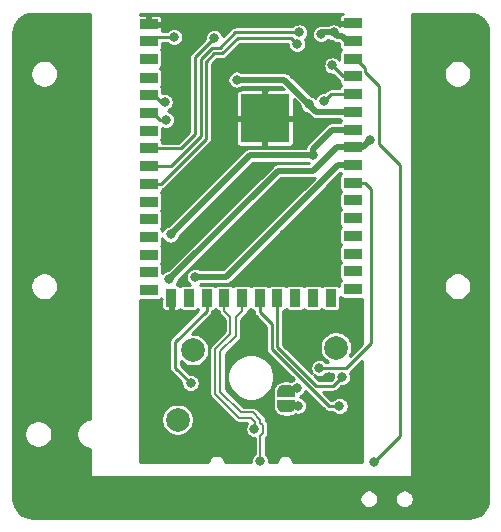
<source format=gbr>
%TF.GenerationSoftware,KiCad,Pcbnew,(5.1.8)-1*%
%TF.CreationDate,2021-07-06T20:41:50+01:00*%
%TF.ProjectId,ESP32-S2-PowerMeter,45535033-322d-4533-922d-506f7765724d,rev?*%
%TF.SameCoordinates,Original*%
%TF.FileFunction,Copper,L2,Bot*%
%TF.FilePolarity,Positive*%
%FSLAX46Y46*%
G04 Gerber Fmt 4.6, Leading zero omitted, Abs format (unit mm)*
G04 Created by KiCad (PCBNEW (5.1.8)-1) date 2021-07-06 20:41:50*
%MOMM*%
%LPD*%
G01*
G04 APERTURE LIST*
%TA.AperFunction,SMDPad,CuDef*%
%ADD10C,0.100000*%
%TD*%
%TA.AperFunction,ComponentPad*%
%ADD11C,2.000000*%
%TD*%
%TA.AperFunction,SMDPad,CuDef*%
%ADD12R,1.500000X0.900000*%
%TD*%
%TA.AperFunction,SMDPad,CuDef*%
%ADD13R,0.900000X1.500000*%
%TD*%
%TA.AperFunction,SMDPad,CuDef*%
%ADD14R,4.100000X4.100000*%
%TD*%
%TA.AperFunction,ViaPad*%
%ADD15C,0.800000*%
%TD*%
%TA.AperFunction,Conductor*%
%ADD16C,0.250000*%
%TD*%
%TA.AperFunction,Conductor*%
%ADD17C,0.500000*%
%TD*%
%TA.AperFunction,Conductor*%
%ADD18C,0.200000*%
%TD*%
%TA.AperFunction,Conductor*%
%ADD19C,0.254000*%
%TD*%
%TA.AperFunction,Conductor*%
%ADD20C,0.100000*%
%TD*%
G04 APERTURE END LIST*
%TA.AperFunction,SMDPad,CuDef*%
D10*
%TO.P,JP1,2*%
%TO.N,Net-(C5-Pad1)*%
G36*
X125750602Y-156850000D02*
G01*
X125750602Y-156825466D01*
X125755412Y-156776635D01*
X125764984Y-156728510D01*
X125779228Y-156681555D01*
X125798005Y-156636222D01*
X125821136Y-156592949D01*
X125848396Y-156552150D01*
X125879524Y-156514221D01*
X125914221Y-156479524D01*
X125952150Y-156448396D01*
X125992949Y-156421136D01*
X126036222Y-156398005D01*
X126081555Y-156379228D01*
X126128510Y-156364984D01*
X126176635Y-156355412D01*
X126225466Y-156350602D01*
X126250000Y-156350602D01*
X126250000Y-156350000D01*
X126750000Y-156350000D01*
X126750000Y-156350602D01*
X126774534Y-156350602D01*
X126823365Y-156355412D01*
X126871490Y-156364984D01*
X126918445Y-156379228D01*
X126963778Y-156398005D01*
X127007051Y-156421136D01*
X127047850Y-156448396D01*
X127085779Y-156479524D01*
X127120476Y-156514221D01*
X127151604Y-156552150D01*
X127178864Y-156592949D01*
X127201995Y-156636222D01*
X127220772Y-156681555D01*
X127235016Y-156728510D01*
X127244588Y-156776635D01*
X127249398Y-156825466D01*
X127249398Y-156850000D01*
X127250000Y-156850000D01*
X127250000Y-157350000D01*
X125750000Y-157350000D01*
X125750000Y-156850000D01*
X125750602Y-156850000D01*
G37*
%TD.AperFunction*%
%TA.AperFunction,SMDPad,CuDef*%
%TO.P,JP1,1*%
%TO.N,VBUS*%
G36*
X127250000Y-157650000D02*
G01*
X127250000Y-158150000D01*
X127249398Y-158150000D01*
X127249398Y-158174534D01*
X127244588Y-158223365D01*
X127235016Y-158271490D01*
X127220772Y-158318445D01*
X127201995Y-158363778D01*
X127178864Y-158407051D01*
X127151604Y-158447850D01*
X127120476Y-158485779D01*
X127085779Y-158520476D01*
X127047850Y-158551604D01*
X127007051Y-158578864D01*
X126963778Y-158601995D01*
X126918445Y-158620772D01*
X126871490Y-158635016D01*
X126823365Y-158644588D01*
X126774534Y-158649398D01*
X126750000Y-158649398D01*
X126750000Y-158650000D01*
X126250000Y-158650000D01*
X126250000Y-158649398D01*
X126225466Y-158649398D01*
X126176635Y-158644588D01*
X126128510Y-158635016D01*
X126081555Y-158620772D01*
X126036222Y-158601995D01*
X125992949Y-158578864D01*
X125952150Y-158551604D01*
X125914221Y-158520476D01*
X125879524Y-158485779D01*
X125848396Y-158447850D01*
X125821136Y-158407051D01*
X125798005Y-158363778D01*
X125779228Y-158318445D01*
X125764984Y-158271490D01*
X125755412Y-158223365D01*
X125750602Y-158174534D01*
X125750602Y-158150000D01*
X125750000Y-158150000D01*
X125750000Y-157650000D01*
X127250000Y-157650000D01*
G37*
%TD.AperFunction*%
%TD*%
D11*
%TO.P,TP1,1*%
%TO.N,VBUS*%
X117300000Y-159300000D03*
%TD*%
%TO.P,TP2,1*%
%TO.N,Net-(C5-Pad1)*%
X118600000Y-153400000D03*
%TD*%
%TO.P,TP3,1*%
%TO.N,+3V3*%
X130700000Y-153200000D03*
%TD*%
D12*
%TO.P,U1,1*%
%TO.N,GND*%
X132125000Y-125725000D03*
%TO.P,U1,15*%
%TO.N,Net-(U1-Pad15)*%
X132125000Y-146725000D03*
%TO.P,U1,16*%
%TO.N,Net-(U1-Pad16)*%
X132125000Y-148225000D03*
D13*
%TO.P,U1,17*%
%TO.N,Net-(U1-Pad17)*%
X130250000Y-148975000D03*
%TO.P,U1,18*%
%TO.N,Net-(U1-Pad18)*%
X128750000Y-148975000D03*
%TO.P,U1,19*%
%TO.N,Net-(U1-Pad19)*%
X127250000Y-148975000D03*
%TO.P,U1,20*%
%TO.N,CHARGE_STATE*%
X125750000Y-148975000D03*
%TO.P,U1,21*%
%TO.N,POWER_GOOD*%
X124250000Y-148975000D03*
%TO.P,U1,22*%
%TO.N,USB_D-*%
X122750000Y-148975000D03*
%TO.P,U1,23*%
%TO.N,USB_D+*%
X121250000Y-148975000D03*
%TO.P,U1,24*%
%TO.N,AC_PLUG*%
X119750000Y-148975000D03*
D12*
%TO.P,U1,2*%
%TO.N,+3V3*%
X132125000Y-127225000D03*
%TO.P,U1,3*%
%TO.N,Net-(SW1-Pad2)*%
X132125000Y-128725000D03*
%TO.P,U1,4*%
%TO.N,CH2_IN*%
X132125000Y-130225000D03*
%TO.P,U1,5*%
%TO.N,CH1_IN*%
X132125000Y-131725000D03*
%TO.P,U1,6*%
%TO.N,CH4_IN*%
X132125000Y-133225000D03*
%TO.P,U1,7*%
%TO.N,CH3_IN*%
X132125000Y-134725000D03*
%TO.P,U1,8*%
%TO.N,V_IN*%
X132125000Y-136225000D03*
%TO.P,U1,9*%
%TO.N,REF_SENSE*%
X132125000Y-137725000D03*
%TO.P,U1,10*%
%TO.N,VPP_SENSE*%
X132125000Y-139225000D03*
%TO.P,U1,11*%
%TO.N,Net-(U1-Pad11)*%
X132125000Y-140725000D03*
%TO.P,U1,12*%
%TO.N,Net-(U1-Pad12)*%
X132125000Y-142225000D03*
%TO.P,U1,13*%
%TO.N,Net-(U1-Pad13)*%
X132125000Y-143725000D03*
%TO.P,U1,14*%
%TO.N,Net-(U1-Pad14)*%
X132125000Y-145225000D03*
%TO.P,U1,38*%
%TO.N,Net-(TP4-Pad1)*%
X114875000Y-131825000D03*
%TO.P,U1,37*%
%TO.N,Net-(TP5-Pad1)*%
X114875000Y-133325000D03*
%TO.P,U1,36*%
%TO.N,Net-(U1-Pad36)*%
X114875000Y-134825000D03*
%TO.P,U1,35*%
%TO.N,GREEN*%
X114875000Y-136325000D03*
%TO.P,U1,34*%
%TO.N,RED*%
X114875000Y-137825000D03*
%TO.P,U1,33*%
%TO.N,BLUE*%
X114875000Y-139325000D03*
%TO.P,U1,32*%
%TO.N,Net-(U1-Pad32)*%
X114875000Y-140825000D03*
%TO.P,U1,31*%
%TO.N,Net-(U1-Pad31)*%
X114875000Y-142325000D03*
%TO.P,U1,30*%
%TO.N,Net-(U1-Pad30)*%
X114875000Y-143825000D03*
%TO.P,U1,29*%
%TO.N,Net-(U1-Pad29)*%
X114875000Y-145325000D03*
%TO.P,U1,28*%
%TO.N,Net-(U1-Pad28)*%
X114875000Y-146825000D03*
%TO.P,U1,27*%
%TO.N,Net-(U1-Pad27)*%
X114875000Y-148325000D03*
D13*
%TO.P,U1,26*%
%TO.N,GND*%
X116750000Y-148975000D03*
%TO.P,U1,25*%
%TO.N,Net-(U1-Pad25)*%
X118250000Y-148975000D03*
D12*
%TO.P,U1,39*%
%TO.N,Net-(U1-Pad39)*%
X114875000Y-130325000D03*
%TO.P,U1,40*%
%TO.N,Net-(U1-Pad40)*%
X114875000Y-128725000D03*
%TO.P,U1,41*%
%TO.N,Net-(C4-Pad1)*%
X114875000Y-127225000D03*
%TO.P,U1,42*%
%TO.N,GND*%
X114875000Y-125825000D03*
D14*
%TO.P,U1,43*%
X124690000Y-133765000D03*
%TD*%
D15*
%TO.N,VBUS*%
X127499996Y-158100000D03*
%TO.N,GND*%
X119400000Y-142400000D03*
X123700000Y-142100000D03*
X125500000Y-145600000D03*
X116800000Y-141500000D03*
X117600000Y-150900000D03*
X123700000Y-152900000D03*
X130500000Y-150800000D03*
X127800000Y-134700000D03*
X129400000Y-144900000D03*
X126300000Y-143600000D03*
X123700000Y-138700000D03*
X130700000Y-162600000D03*
X130100000Y-155700000D03*
X117300000Y-128200000D03*
X116400000Y-161700000D03*
X119800000Y-159300000D03*
X132600000Y-155300000D03*
X114900000Y-157900000D03*
X115100000Y-153000000D03*
X126300000Y-125400000D03*
X127334610Y-159721688D03*
%TO.N,Net-(C4-Pad1)*%
X117000000Y-126900000D03*
%TO.N,Net-(C5-Pad1)*%
X127400000Y-156600000D03*
%TO.N,+3V3*%
X130500000Y-126500000D03*
X129442670Y-126657330D03*
%TO.N,CH1_IN*%
X129700000Y-132300000D03*
%TO.N,CH2_IN*%
X130400000Y-129300000D03*
%TO.N,CH3_IN*%
X116700000Y-143600000D03*
X128750000Y-136850000D03*
%TO.N,CH4_IN*%
X128400000Y-132600000D03*
X122300000Y-130500000D03*
%TO.N,USB_D+*%
X123800000Y-160100000D03*
%TO.N,USB_D-*%
X124300000Y-162820002D03*
%TO.N,REF_SENSE*%
X118800000Y-147200000D03*
X109000000Y-139000000D03*
X138000000Y-139000000D03*
X105000000Y-128300000D03*
X141500000Y-128400000D03*
X142000000Y-131600000D03*
X105400000Y-131600000D03*
X105500000Y-164400000D03*
X105400000Y-149699968D03*
X105000000Y-146300000D03*
X142100000Y-149600000D03*
X141500000Y-146300000D03*
X107400000Y-149990000D03*
X107380000Y-149130000D03*
%TO.N,VPP_SENSE*%
X129300000Y-154900000D03*
%TO.N,Net-(SW1-Pad2)*%
X133900000Y-162900000D03*
%TO.N,POWER_GOOD*%
X131000000Y-158150001D03*
%TO.N,CHARGE_STATE*%
X131200000Y-155700000D03*
%TO.N,AC_PLUG*%
X118400000Y-156200000D03*
%TO.N,RED*%
X127600000Y-126500000D03*
%TO.N,GREEN*%
X120400000Y-127000000D03*
%TO.N,BLUE*%
X127415150Y-127482767D03*
%TO.N,V_IN*%
X116600000Y-147400010D03*
X133600000Y-135600000D03*
%TO.N,Net-(TP4-Pad1)*%
X116200000Y-132400000D03*
%TO.N,Net-(TP5-Pad1)*%
X116300000Y-133900000D03*
%TD*%
D16*
%TO.N,VBUS*%
X126500000Y-158150000D02*
X127449996Y-158150000D01*
X127449996Y-158150000D02*
X127499996Y-158100000D01*
%TO.N,Net-(C4-Pad1)*%
X115200000Y-126900000D02*
X114875000Y-127225000D01*
X117000000Y-126900000D02*
X115200000Y-126900000D01*
%TO.N,Net-(C5-Pad1)*%
X126750000Y-156600000D02*
X126500000Y-156850000D01*
X127400000Y-156600000D02*
X126750000Y-156600000D01*
D17*
%TO.N,+3V3*%
X130500000Y-126500000D02*
X129600000Y-126500000D01*
X129600000Y-126500000D02*
X129442670Y-126657330D01*
X131625000Y-127225000D02*
X132125000Y-127225000D01*
X131200000Y-126800000D02*
X131625000Y-127225000D01*
X130800000Y-126800000D02*
X131200000Y-126800000D01*
X130500000Y-126500000D02*
X130800000Y-126800000D01*
D16*
%TO.N,CH1_IN*%
X132125000Y-131725000D02*
X130275000Y-131725000D01*
X130275000Y-131725000D02*
X129700000Y-132300000D01*
%TO.N,CH2_IN*%
X131325000Y-130225000D02*
X130400000Y-129300000D01*
X132125000Y-130225000D02*
X131325000Y-130225000D01*
D17*
%TO.N,CH3_IN*%
X128700000Y-136900000D02*
X128750000Y-136850000D01*
X123400000Y-136900000D02*
X128700000Y-136900000D01*
X116700000Y-143600000D02*
X123400000Y-136900000D01*
X130355000Y-134725000D02*
X132125000Y-134725000D01*
X128750000Y-136330000D02*
X130355000Y-134725000D01*
X128750000Y-136850000D02*
X128750000Y-136330000D01*
%TO.N,CH4_IN*%
X132125000Y-133225000D02*
X129060002Y-133225000D01*
X129060002Y-133225000D02*
X126335002Y-130500000D01*
X126335002Y-130500000D02*
X122300000Y-130500000D01*
D18*
%TO.N,USB_D+*%
X123850000Y-160050000D02*
X123850000Y-159468200D01*
X123800000Y-160100000D02*
X123850000Y-160050000D01*
X123850000Y-159468200D02*
X123506800Y-159125000D01*
X123506800Y-159125000D02*
X122506800Y-159125000D01*
X122506800Y-159125000D02*
X120475000Y-157093200D01*
X120475000Y-157093200D02*
X120475000Y-153306800D01*
X121775000Y-150625001D02*
X121250000Y-150100001D01*
X121775000Y-152006800D02*
X121775000Y-150625001D01*
X121250000Y-150100001D02*
X121250000Y-148975000D01*
X120475000Y-153306800D02*
X121775000Y-152006800D01*
%TO.N,USB_D-*%
X124500001Y-159763999D02*
X124300000Y-159563998D01*
X124500001Y-160436001D02*
X124500001Y-159763999D01*
X124300000Y-160636002D02*
X124500001Y-160436001D01*
X124300000Y-159563998D02*
X124300000Y-159281800D01*
X124300000Y-162820002D02*
X124300000Y-160636002D01*
X124300000Y-159281800D02*
X123693200Y-158675000D01*
X123693200Y-158675000D02*
X122693200Y-158675000D01*
X122693200Y-158675000D02*
X120925000Y-156906800D01*
X120925000Y-156906800D02*
X120925000Y-153493200D01*
X122225000Y-152193200D02*
X122225000Y-150625001D01*
X120925000Y-153493200D02*
X122225000Y-152193200D01*
X122225000Y-150625001D02*
X122750000Y-150100001D01*
X122750000Y-150100001D02*
X122750000Y-148975000D01*
D17*
%TO.N,REF_SENSE*%
X121400000Y-147200000D02*
X130875000Y-137725000D01*
X130875000Y-137725000D02*
X132125000Y-137725000D01*
X118800000Y-147200000D02*
X121400000Y-147200000D01*
X107400000Y-149150000D02*
X107380000Y-149130000D01*
X107400000Y-149990000D02*
X107400000Y-149150000D01*
D16*
%TO.N,VPP_SENSE*%
X132125000Y-139225000D02*
X133125000Y-139225000D01*
X133700000Y-139800000D02*
X133700000Y-152800000D01*
X133700000Y-152800000D02*
X131600000Y-154900000D01*
X131600000Y-154900000D02*
X129300000Y-154900000D01*
X133125000Y-139225000D02*
X133700000Y-139800000D01*
%TO.N,Net-(SW1-Pad2)*%
X133900000Y-162900000D02*
X133874999Y-162874999D01*
X133200001Y-129865003D02*
X133200001Y-129500001D01*
X132425000Y-128725000D02*
X132125000Y-128725000D01*
X134348001Y-131013003D02*
X133200001Y-129865003D01*
X136125001Y-137725001D02*
X134348001Y-135948001D01*
X133200001Y-129500001D02*
X132425000Y-128725000D01*
X134348001Y-135948001D02*
X134348001Y-131013003D01*
X136125001Y-160674999D02*
X136125001Y-137725001D01*
X133900000Y-162900000D02*
X136125001Y-160674999D01*
%TO.N,POWER_GOOD*%
X124250000Y-150150000D02*
X124250000Y-148975000D01*
X125299990Y-153336400D02*
X125299990Y-151199990D01*
X125299990Y-151199990D02*
X124250000Y-150150000D01*
X130113591Y-158150001D02*
X125299990Y-153336400D01*
X131000000Y-158150001D02*
X130113591Y-158150001D01*
%TO.N,CHARGE_STATE*%
X130474999Y-156425001D02*
X129025001Y-156425001D01*
X131200000Y-155700000D02*
X130474999Y-156425001D01*
X125750000Y-153150000D02*
X125750000Y-148975000D01*
X129025001Y-156425001D02*
X125750000Y-153150000D01*
%TO.N,AC_PLUG*%
X119750000Y-150050000D02*
X119750000Y-148975000D01*
X117100000Y-152700000D02*
X119750000Y-150050000D01*
X117100000Y-154900000D02*
X117100000Y-152700000D01*
X118400000Y-156200000D02*
X117100000Y-154900000D01*
%TO.N,RED*%
X116711411Y-137825000D02*
X114875000Y-137825000D01*
X119250011Y-128786399D02*
X119250011Y-135286400D01*
X127600000Y-126500000D02*
X122200000Y-126500000D01*
X120900000Y-127800000D02*
X120236410Y-127800000D01*
X122200000Y-126500000D02*
X120900000Y-127800000D01*
X120236410Y-127800000D02*
X119250011Y-128786399D01*
X119250011Y-135286400D02*
X116711411Y-137825000D01*
%TO.N,GREEN*%
X117575000Y-136325000D02*
X114875000Y-136325000D01*
X118800000Y-128600000D02*
X118800000Y-135100000D01*
X118800000Y-135100000D02*
X117575000Y-136325000D01*
X120400000Y-127000000D02*
X118800000Y-128600000D01*
%TO.N,BLUE*%
X115875000Y-139325000D02*
X114875000Y-139325000D01*
X119700019Y-128972801D02*
X119700019Y-135499981D01*
X120422810Y-128250010D02*
X119700019Y-128972801D01*
X126882393Y-126950010D02*
X122386400Y-126950010D01*
X119700019Y-135499981D02*
X115875000Y-139325000D01*
X121086400Y-128250010D02*
X120422810Y-128250010D01*
X122386400Y-126950010D02*
X121086400Y-128250010D01*
X127415150Y-127482767D02*
X126882393Y-126950010D01*
D17*
%TO.N,V_IN*%
X132975000Y-136225000D02*
X132125000Y-136225000D01*
X133600000Y-135600000D02*
X132975000Y-136225000D01*
X130775000Y-136225000D02*
X132125000Y-136225000D01*
X128800000Y-138200000D02*
X130775000Y-136225000D01*
X125800010Y-138200000D02*
X128800000Y-138200000D01*
X116600000Y-147400010D02*
X125800010Y-138200000D01*
D16*
%TO.N,Net-(TP4-Pad1)*%
X115900000Y-132400000D02*
X116200000Y-132400000D01*
X115325000Y-131825000D02*
X115900000Y-132400000D01*
X114875000Y-131825000D02*
X115325000Y-131825000D01*
%TO.N,Net-(TP5-Pad1)*%
X115800000Y-133900000D02*
X116300000Y-133900000D01*
X115225000Y-133325000D02*
X115800000Y-133900000D01*
X114875000Y-133325000D02*
X115225000Y-133325000D01*
%TD*%
D19*
%TO.N,GND*%
X116877000Y-148848000D02*
X116897000Y-148848000D01*
X116897000Y-149102000D01*
X116877000Y-149102000D01*
X116877000Y-150010750D01*
X116972250Y-150106000D01*
X117200000Y-150107843D01*
X117274689Y-150100487D01*
X117346508Y-150078701D01*
X117412696Y-150043322D01*
X117470711Y-149995711D01*
X117502587Y-149956870D01*
X117532131Y-149992869D01*
X117589537Y-150039981D01*
X117655030Y-150074988D01*
X117726095Y-150096545D01*
X117800000Y-150103824D01*
X118700000Y-150103824D01*
X118773905Y-150096545D01*
X118844970Y-150074988D01*
X118910463Y-150039981D01*
X118967869Y-149992869D01*
X119000000Y-149953717D01*
X119032131Y-149992869D01*
X119067868Y-150022197D01*
X116762463Y-152327603D01*
X116743317Y-152343316D01*
X116727604Y-152362462D01*
X116727601Y-152362465D01*
X116680584Y-152419755D01*
X116633970Y-152506964D01*
X116605265Y-152601591D01*
X116595573Y-152700000D01*
X116598001Y-152724653D01*
X116598000Y-154875357D01*
X116595573Y-154900000D01*
X116598000Y-154924643D01*
X116598000Y-154924652D01*
X116605264Y-154998408D01*
X116633969Y-155093035D01*
X116680583Y-155180245D01*
X116743316Y-155256684D01*
X116762467Y-155272401D01*
X117623000Y-156132935D01*
X117623000Y-156276528D01*
X117652859Y-156426643D01*
X117711431Y-156568048D01*
X117796464Y-156695309D01*
X117904691Y-156803536D01*
X118031952Y-156888569D01*
X118173357Y-156947141D01*
X118323472Y-156977000D01*
X118476528Y-156977000D01*
X118626643Y-156947141D01*
X118768048Y-156888569D01*
X118895309Y-156803536D01*
X119003536Y-156695309D01*
X119088569Y-156568048D01*
X119147141Y-156426643D01*
X119177000Y-156276528D01*
X119177000Y-156123472D01*
X119147141Y-155973357D01*
X119088569Y-155831952D01*
X119003536Y-155704691D01*
X118895309Y-155596464D01*
X118768048Y-155511431D01*
X118626643Y-155452859D01*
X118476528Y-155423000D01*
X118332935Y-155423000D01*
X117602000Y-154692066D01*
X117602000Y-154349373D01*
X117722213Y-154469586D01*
X117947746Y-154620282D01*
X118198344Y-154724083D01*
X118464377Y-154777000D01*
X118735623Y-154777000D01*
X119001656Y-154724083D01*
X119252254Y-154620282D01*
X119477787Y-154469586D01*
X119669586Y-154277787D01*
X119820282Y-154052254D01*
X119924083Y-153801656D01*
X119977000Y-153535623D01*
X119977000Y-153264377D01*
X119924083Y-152998344D01*
X119820282Y-152747746D01*
X119669586Y-152522213D01*
X119477787Y-152330414D01*
X119252254Y-152179718D01*
X119001656Y-152075917D01*
X118735623Y-152023000D01*
X118486934Y-152023000D01*
X120087538Y-150422397D01*
X120106684Y-150406684D01*
X120146054Y-150358713D01*
X120153739Y-150349348D01*
X120169417Y-150330245D01*
X120216031Y-150243036D01*
X120244736Y-150148409D01*
X120249608Y-150098938D01*
X120273905Y-150096545D01*
X120344970Y-150074988D01*
X120410463Y-150039981D01*
X120467869Y-149992869D01*
X120500000Y-149953717D01*
X120532131Y-149992869D01*
X120589537Y-150039981D01*
X120655030Y-150074988D01*
X120726095Y-150096545D01*
X120770787Y-150100947D01*
X120773000Y-150123416D01*
X120773000Y-150123423D01*
X120779903Y-150193508D01*
X120807178Y-150283423D01*
X120851471Y-150366290D01*
X120911079Y-150438922D01*
X120929276Y-150453856D01*
X121298001Y-150822582D01*
X121298000Y-151809220D01*
X120154271Y-152952950D01*
X120136080Y-152967879D01*
X120076472Y-153040511D01*
X120055233Y-153080246D01*
X120032178Y-153123378D01*
X120004903Y-153213293D01*
X119995694Y-153306800D01*
X119998001Y-153330225D01*
X119998000Y-157069785D01*
X119995694Y-157093200D01*
X119998000Y-157116615D01*
X119998000Y-157116622D01*
X120004903Y-157186707D01*
X120032178Y-157276622D01*
X120076471Y-157359489D01*
X120136079Y-157432121D01*
X120154276Y-157447055D01*
X122152947Y-159445727D01*
X122167879Y-159463921D01*
X122240511Y-159523529D01*
X122323377Y-159567822D01*
X122413292Y-159595097D01*
X122483377Y-159602000D01*
X122483384Y-159602000D01*
X122506799Y-159604306D01*
X122530214Y-159602000D01*
X123199155Y-159602000D01*
X123196464Y-159604691D01*
X123111431Y-159731952D01*
X123052859Y-159873357D01*
X123023000Y-160023472D01*
X123023000Y-160176528D01*
X123052859Y-160326643D01*
X123111431Y-160468048D01*
X123196464Y-160595309D01*
X123304691Y-160703536D01*
X123431952Y-160788569D01*
X123573357Y-160847141D01*
X123723472Y-160877000D01*
X123823001Y-160877000D01*
X123823000Y-162204232D01*
X123804691Y-162216466D01*
X123696464Y-162324693D01*
X123611431Y-162451954D01*
X123552859Y-162593359D01*
X123523000Y-162743474D01*
X123523000Y-162873000D01*
X121312000Y-162873000D01*
X121312000Y-162870859D01*
X121285023Y-162735234D01*
X121232105Y-162607478D01*
X121155279Y-162492501D01*
X121057499Y-162394721D01*
X120942522Y-162317895D01*
X120814766Y-162264977D01*
X120679141Y-162238000D01*
X120540859Y-162238000D01*
X120405234Y-162264977D01*
X120277478Y-162317895D01*
X120162501Y-162394721D01*
X120064721Y-162492501D01*
X119987895Y-162607478D01*
X119934977Y-162735234D01*
X119908000Y-162870859D01*
X119908000Y-162873000D01*
X114127000Y-162873000D01*
X114127000Y-159164377D01*
X115923000Y-159164377D01*
X115923000Y-159435623D01*
X115975917Y-159701656D01*
X116079718Y-159952254D01*
X116230414Y-160177787D01*
X116422213Y-160369586D01*
X116647746Y-160520282D01*
X116898344Y-160624083D01*
X117164377Y-160677000D01*
X117435623Y-160677000D01*
X117701656Y-160624083D01*
X117952254Y-160520282D01*
X118177787Y-160369586D01*
X118369586Y-160177787D01*
X118520282Y-159952254D01*
X118624083Y-159701656D01*
X118677000Y-159435623D01*
X118677000Y-159164377D01*
X118624083Y-158898344D01*
X118520282Y-158647746D01*
X118369586Y-158422213D01*
X118177787Y-158230414D01*
X117952254Y-158079718D01*
X117701656Y-157975917D01*
X117435623Y-157923000D01*
X117164377Y-157923000D01*
X116898344Y-157975917D01*
X116647746Y-158079718D01*
X116422213Y-158230414D01*
X116230414Y-158422213D01*
X116079718Y-158647746D01*
X115975917Y-158898344D01*
X115923000Y-159164377D01*
X114127000Y-159164377D01*
X114127000Y-149153824D01*
X115625000Y-149153824D01*
X115698905Y-149146545D01*
X115769970Y-149124988D01*
X115835463Y-149089981D01*
X115892869Y-149042869D01*
X115919000Y-149011028D01*
X115919000Y-149102002D01*
X116014248Y-149102002D01*
X115919000Y-149197250D01*
X115917157Y-149725000D01*
X115924513Y-149799689D01*
X115946299Y-149871508D01*
X115981678Y-149937696D01*
X116029289Y-149995711D01*
X116087304Y-150043322D01*
X116153492Y-150078701D01*
X116225311Y-150100487D01*
X116300000Y-150107843D01*
X116527750Y-150106000D01*
X116623000Y-150010750D01*
X116623000Y-149102000D01*
X116603000Y-149102000D01*
X116603000Y-148848000D01*
X116623000Y-148848000D01*
X116623000Y-148828000D01*
X116877000Y-148828000D01*
X116877000Y-148848000D01*
%TA.AperFunction,Conductor*%
D20*
G36*
X116877000Y-148848000D02*
G01*
X116897000Y-148848000D01*
X116897000Y-149102000D01*
X116877000Y-149102000D01*
X116877000Y-150010750D01*
X116972250Y-150106000D01*
X117200000Y-150107843D01*
X117274689Y-150100487D01*
X117346508Y-150078701D01*
X117412696Y-150043322D01*
X117470711Y-149995711D01*
X117502587Y-149956870D01*
X117532131Y-149992869D01*
X117589537Y-150039981D01*
X117655030Y-150074988D01*
X117726095Y-150096545D01*
X117800000Y-150103824D01*
X118700000Y-150103824D01*
X118773905Y-150096545D01*
X118844970Y-150074988D01*
X118910463Y-150039981D01*
X118967869Y-149992869D01*
X119000000Y-149953717D01*
X119032131Y-149992869D01*
X119067868Y-150022197D01*
X116762463Y-152327603D01*
X116743317Y-152343316D01*
X116727604Y-152362462D01*
X116727601Y-152362465D01*
X116680584Y-152419755D01*
X116633970Y-152506964D01*
X116605265Y-152601591D01*
X116595573Y-152700000D01*
X116598001Y-152724653D01*
X116598000Y-154875357D01*
X116595573Y-154900000D01*
X116598000Y-154924643D01*
X116598000Y-154924652D01*
X116605264Y-154998408D01*
X116633969Y-155093035D01*
X116680583Y-155180245D01*
X116743316Y-155256684D01*
X116762467Y-155272401D01*
X117623000Y-156132935D01*
X117623000Y-156276528D01*
X117652859Y-156426643D01*
X117711431Y-156568048D01*
X117796464Y-156695309D01*
X117904691Y-156803536D01*
X118031952Y-156888569D01*
X118173357Y-156947141D01*
X118323472Y-156977000D01*
X118476528Y-156977000D01*
X118626643Y-156947141D01*
X118768048Y-156888569D01*
X118895309Y-156803536D01*
X119003536Y-156695309D01*
X119088569Y-156568048D01*
X119147141Y-156426643D01*
X119177000Y-156276528D01*
X119177000Y-156123472D01*
X119147141Y-155973357D01*
X119088569Y-155831952D01*
X119003536Y-155704691D01*
X118895309Y-155596464D01*
X118768048Y-155511431D01*
X118626643Y-155452859D01*
X118476528Y-155423000D01*
X118332935Y-155423000D01*
X117602000Y-154692066D01*
X117602000Y-154349373D01*
X117722213Y-154469586D01*
X117947746Y-154620282D01*
X118198344Y-154724083D01*
X118464377Y-154777000D01*
X118735623Y-154777000D01*
X119001656Y-154724083D01*
X119252254Y-154620282D01*
X119477787Y-154469586D01*
X119669586Y-154277787D01*
X119820282Y-154052254D01*
X119924083Y-153801656D01*
X119977000Y-153535623D01*
X119977000Y-153264377D01*
X119924083Y-152998344D01*
X119820282Y-152747746D01*
X119669586Y-152522213D01*
X119477787Y-152330414D01*
X119252254Y-152179718D01*
X119001656Y-152075917D01*
X118735623Y-152023000D01*
X118486934Y-152023000D01*
X120087538Y-150422397D01*
X120106684Y-150406684D01*
X120146054Y-150358713D01*
X120153739Y-150349348D01*
X120169417Y-150330245D01*
X120216031Y-150243036D01*
X120244736Y-150148409D01*
X120249608Y-150098938D01*
X120273905Y-150096545D01*
X120344970Y-150074988D01*
X120410463Y-150039981D01*
X120467869Y-149992869D01*
X120500000Y-149953717D01*
X120532131Y-149992869D01*
X120589537Y-150039981D01*
X120655030Y-150074988D01*
X120726095Y-150096545D01*
X120770787Y-150100947D01*
X120773000Y-150123416D01*
X120773000Y-150123423D01*
X120779903Y-150193508D01*
X120807178Y-150283423D01*
X120851471Y-150366290D01*
X120911079Y-150438922D01*
X120929276Y-150453856D01*
X121298001Y-150822582D01*
X121298000Y-151809220D01*
X120154271Y-152952950D01*
X120136080Y-152967879D01*
X120076472Y-153040511D01*
X120055233Y-153080246D01*
X120032178Y-153123378D01*
X120004903Y-153213293D01*
X119995694Y-153306800D01*
X119998001Y-153330225D01*
X119998000Y-157069785D01*
X119995694Y-157093200D01*
X119998000Y-157116615D01*
X119998000Y-157116622D01*
X120004903Y-157186707D01*
X120032178Y-157276622D01*
X120076471Y-157359489D01*
X120136079Y-157432121D01*
X120154276Y-157447055D01*
X122152947Y-159445727D01*
X122167879Y-159463921D01*
X122240511Y-159523529D01*
X122323377Y-159567822D01*
X122413292Y-159595097D01*
X122483377Y-159602000D01*
X122483384Y-159602000D01*
X122506799Y-159604306D01*
X122530214Y-159602000D01*
X123199155Y-159602000D01*
X123196464Y-159604691D01*
X123111431Y-159731952D01*
X123052859Y-159873357D01*
X123023000Y-160023472D01*
X123023000Y-160176528D01*
X123052859Y-160326643D01*
X123111431Y-160468048D01*
X123196464Y-160595309D01*
X123304691Y-160703536D01*
X123431952Y-160788569D01*
X123573357Y-160847141D01*
X123723472Y-160877000D01*
X123823001Y-160877000D01*
X123823000Y-162204232D01*
X123804691Y-162216466D01*
X123696464Y-162324693D01*
X123611431Y-162451954D01*
X123552859Y-162593359D01*
X123523000Y-162743474D01*
X123523000Y-162873000D01*
X121312000Y-162873000D01*
X121312000Y-162870859D01*
X121285023Y-162735234D01*
X121232105Y-162607478D01*
X121155279Y-162492501D01*
X121057499Y-162394721D01*
X120942522Y-162317895D01*
X120814766Y-162264977D01*
X120679141Y-162238000D01*
X120540859Y-162238000D01*
X120405234Y-162264977D01*
X120277478Y-162317895D01*
X120162501Y-162394721D01*
X120064721Y-162492501D01*
X119987895Y-162607478D01*
X119934977Y-162735234D01*
X119908000Y-162870859D01*
X119908000Y-162873000D01*
X114127000Y-162873000D01*
X114127000Y-159164377D01*
X115923000Y-159164377D01*
X115923000Y-159435623D01*
X115975917Y-159701656D01*
X116079718Y-159952254D01*
X116230414Y-160177787D01*
X116422213Y-160369586D01*
X116647746Y-160520282D01*
X116898344Y-160624083D01*
X117164377Y-160677000D01*
X117435623Y-160677000D01*
X117701656Y-160624083D01*
X117952254Y-160520282D01*
X118177787Y-160369586D01*
X118369586Y-160177787D01*
X118520282Y-159952254D01*
X118624083Y-159701656D01*
X118677000Y-159435623D01*
X118677000Y-159164377D01*
X118624083Y-158898344D01*
X118520282Y-158647746D01*
X118369586Y-158422213D01*
X118177787Y-158230414D01*
X117952254Y-158079718D01*
X117701656Y-157975917D01*
X117435623Y-157923000D01*
X117164377Y-157923000D01*
X116898344Y-157975917D01*
X116647746Y-158079718D01*
X116422213Y-158230414D01*
X116230414Y-158422213D01*
X116079718Y-158647746D01*
X115975917Y-158898344D01*
X115923000Y-159164377D01*
X114127000Y-159164377D01*
X114127000Y-149153824D01*
X115625000Y-149153824D01*
X115698905Y-149146545D01*
X115769970Y-149124988D01*
X115835463Y-149089981D01*
X115892869Y-149042869D01*
X115919000Y-149011028D01*
X115919000Y-149102002D01*
X116014248Y-149102002D01*
X115919000Y-149197250D01*
X115917157Y-149725000D01*
X115924513Y-149799689D01*
X115946299Y-149871508D01*
X115981678Y-149937696D01*
X116029289Y-149995711D01*
X116087304Y-150043322D01*
X116153492Y-150078701D01*
X116225311Y-150100487D01*
X116300000Y-150107843D01*
X116527750Y-150106000D01*
X116623000Y-150010750D01*
X116623000Y-149102000D01*
X116603000Y-149102000D01*
X116603000Y-148848000D01*
X116623000Y-148848000D01*
X116623000Y-148828000D01*
X116877000Y-148828000D01*
X116877000Y-148848000D01*
G37*
%TD.AperFunction*%
D19*
X123532131Y-149992869D02*
X123589537Y-150039981D01*
X123655030Y-150074988D01*
X123726095Y-150096545D01*
X123748000Y-150098702D01*
X123748000Y-150125357D01*
X123745573Y-150150000D01*
X123748000Y-150174643D01*
X123748000Y-150174652D01*
X123755264Y-150248408D01*
X123783969Y-150343035D01*
X123830583Y-150430245D01*
X123893316Y-150506684D01*
X123912467Y-150522401D01*
X124797991Y-151407926D01*
X124797990Y-153311757D01*
X124795563Y-153336400D01*
X124797990Y-153361043D01*
X124797990Y-153361052D01*
X124805254Y-153434808D01*
X124833959Y-153529435D01*
X124880573Y-153616645D01*
X124943306Y-153693084D01*
X124962457Y-153708802D01*
X127126092Y-155872437D01*
X127031952Y-155911431D01*
X126915394Y-155989313D01*
X126872914Y-155980863D01*
X126799009Y-155973584D01*
X126774449Y-155973584D01*
X126750000Y-155971176D01*
X126250000Y-155971176D01*
X126225551Y-155973584D01*
X126200991Y-155973584D01*
X126127086Y-155980863D01*
X126030953Y-155999985D01*
X125959890Y-156021542D01*
X125869334Y-156059051D01*
X125803838Y-156094059D01*
X125722339Y-156148515D01*
X125664934Y-156195626D01*
X125595626Y-156264934D01*
X125548515Y-156322339D01*
X125494059Y-156403838D01*
X125459051Y-156469334D01*
X125421542Y-156559890D01*
X125399985Y-156630953D01*
X125380863Y-156727086D01*
X125373584Y-156800991D01*
X125373584Y-156825551D01*
X125371176Y-156850000D01*
X125371176Y-157350000D01*
X125378455Y-157423905D01*
X125400012Y-157494970D01*
X125402701Y-157500000D01*
X125400012Y-157505030D01*
X125378455Y-157576095D01*
X125371176Y-157650000D01*
X125371176Y-158150000D01*
X125373584Y-158174449D01*
X125373584Y-158199009D01*
X125380863Y-158272914D01*
X125399985Y-158369047D01*
X125421542Y-158440110D01*
X125459051Y-158530666D01*
X125494059Y-158596162D01*
X125548515Y-158677661D01*
X125595626Y-158735066D01*
X125664934Y-158804374D01*
X125722339Y-158851485D01*
X125803838Y-158905941D01*
X125869334Y-158940949D01*
X125959890Y-158978458D01*
X126030953Y-159000015D01*
X126127086Y-159019137D01*
X126200991Y-159026416D01*
X126225551Y-159026416D01*
X126250000Y-159028824D01*
X126750000Y-159028824D01*
X126774449Y-159026416D01*
X126799009Y-159026416D01*
X126872914Y-159019137D01*
X126969047Y-159000015D01*
X127040110Y-158978458D01*
X127130666Y-158940949D01*
X127196162Y-158905941D01*
X127277661Y-158851485D01*
X127281081Y-158848678D01*
X127423468Y-158877000D01*
X127576524Y-158877000D01*
X127726639Y-158847141D01*
X127868044Y-158788569D01*
X127995305Y-158703536D01*
X128103532Y-158595309D01*
X128188565Y-158468048D01*
X128247137Y-158326643D01*
X128276996Y-158176528D01*
X128276996Y-158023472D01*
X128247137Y-157873357D01*
X128188565Y-157731952D01*
X128103532Y-157604691D01*
X127995305Y-157496464D01*
X127868044Y-157411431D01*
X127726639Y-157352859D01*
X127649757Y-157337567D01*
X127768048Y-157288569D01*
X127895309Y-157203536D01*
X128003536Y-157095309D01*
X128088569Y-156968048D01*
X128127563Y-156873908D01*
X129741199Y-158487544D01*
X129756907Y-158506685D01*
X129776047Y-158522393D01*
X129776055Y-158522401D01*
X129826665Y-158563935D01*
X129833346Y-158569418D01*
X129920555Y-158616032D01*
X130015182Y-158644737D01*
X130088938Y-158652001D01*
X130088948Y-158652001D01*
X130113591Y-158654428D01*
X130138234Y-158652001D01*
X130403155Y-158652001D01*
X130504691Y-158753537D01*
X130631952Y-158838570D01*
X130773357Y-158897142D01*
X130923472Y-158927001D01*
X131076528Y-158927001D01*
X131226643Y-158897142D01*
X131368048Y-158838570D01*
X131495309Y-158753537D01*
X131603536Y-158645310D01*
X131688569Y-158518049D01*
X131747141Y-158376644D01*
X131777000Y-158226529D01*
X131777000Y-158073473D01*
X131747141Y-157923358D01*
X131688569Y-157781953D01*
X131603536Y-157654692D01*
X131495309Y-157546465D01*
X131368048Y-157461432D01*
X131226643Y-157402860D01*
X131076528Y-157373001D01*
X130923472Y-157373001D01*
X130773357Y-157402860D01*
X130631952Y-157461432D01*
X130504691Y-157546465D01*
X130403155Y-157648001D01*
X130321527Y-157648001D01*
X129600527Y-156927001D01*
X130450356Y-156927001D01*
X130474999Y-156929428D01*
X130499642Y-156927001D01*
X130499652Y-156927001D01*
X130573408Y-156919737D01*
X130668035Y-156891032D01*
X130755244Y-156844418D01*
X130831683Y-156781685D01*
X130847400Y-156762534D01*
X131132934Y-156477000D01*
X131276528Y-156477000D01*
X131426643Y-156447141D01*
X131568048Y-156388569D01*
X131695309Y-156303536D01*
X131803536Y-156195309D01*
X131888569Y-156068048D01*
X131947141Y-155926643D01*
X131977000Y-155776528D01*
X131977000Y-155623472D01*
X131947141Y-155473357D01*
X131888569Y-155331952D01*
X131880207Y-155319437D01*
X131880245Y-155319417D01*
X131956684Y-155256684D01*
X131972402Y-155237533D01*
X132873000Y-154336935D01*
X132873000Y-162873000D01*
X127092000Y-162873000D01*
X127092000Y-162870859D01*
X127065023Y-162735234D01*
X127012105Y-162607478D01*
X126935279Y-162492501D01*
X126837499Y-162394721D01*
X126722522Y-162317895D01*
X126594766Y-162264977D01*
X126459141Y-162238000D01*
X126320859Y-162238000D01*
X126185234Y-162264977D01*
X126057478Y-162317895D01*
X125942501Y-162394721D01*
X125844721Y-162492501D01*
X125767895Y-162607478D01*
X125714977Y-162735234D01*
X125688000Y-162870859D01*
X125688000Y-162873000D01*
X125077000Y-162873000D01*
X125077000Y-162743474D01*
X125047141Y-162593359D01*
X124988569Y-162451954D01*
X124903536Y-162324693D01*
X124795309Y-162216466D01*
X124777000Y-162204232D01*
X124777000Y-160833581D01*
X124820725Y-160789856D01*
X124838922Y-160774922D01*
X124898530Y-160702290D01*
X124942823Y-160619424D01*
X124970098Y-160529509D01*
X124977001Y-160459424D01*
X124977001Y-160459417D01*
X124979307Y-160436002D01*
X124977001Y-160412587D01*
X124977001Y-159787413D01*
X124979307Y-159763998D01*
X124977001Y-159740583D01*
X124977001Y-159740576D01*
X124970098Y-159670491D01*
X124942823Y-159580576D01*
X124898530Y-159497710D01*
X124838922Y-159425078D01*
X124820725Y-159410144D01*
X124777000Y-159366419D01*
X124777000Y-159305215D01*
X124779306Y-159281800D01*
X124777000Y-159258385D01*
X124777000Y-159258378D01*
X124770097Y-159188292D01*
X124742822Y-159098377D01*
X124698529Y-159015511D01*
X124638921Y-158942879D01*
X124620729Y-158927949D01*
X124047055Y-158354276D01*
X124032121Y-158336079D01*
X123959489Y-158276471D01*
X123876623Y-158232178D01*
X123786708Y-158204903D01*
X123716623Y-158198000D01*
X123716615Y-158198000D01*
X123693200Y-158195694D01*
X123669785Y-158198000D01*
X122890780Y-158198000D01*
X121402000Y-156709221D01*
X121402000Y-155505282D01*
X121523000Y-155505282D01*
X121523000Y-155894718D01*
X121598975Y-156276670D01*
X121748005Y-156636461D01*
X121964364Y-156960264D01*
X122239736Y-157235636D01*
X122563539Y-157451995D01*
X122923330Y-157601025D01*
X123305282Y-157677000D01*
X123694718Y-157677000D01*
X124076670Y-157601025D01*
X124436461Y-157451995D01*
X124760264Y-157235636D01*
X125035636Y-156960264D01*
X125251995Y-156636461D01*
X125401025Y-156276670D01*
X125477000Y-155894718D01*
X125477000Y-155505282D01*
X125401025Y-155123330D01*
X125251995Y-154763539D01*
X125035636Y-154439736D01*
X124760264Y-154164364D01*
X124436461Y-153948005D01*
X124076670Y-153798975D01*
X123694718Y-153723000D01*
X123305282Y-153723000D01*
X122923330Y-153798975D01*
X122563539Y-153948005D01*
X122239736Y-154164364D01*
X121964364Y-154439736D01*
X121748005Y-154763539D01*
X121598975Y-155123330D01*
X121523000Y-155505282D01*
X121402000Y-155505282D01*
X121402000Y-153690779D01*
X122545729Y-152547051D01*
X122563921Y-152532121D01*
X122623529Y-152459489D01*
X122667822Y-152376623D01*
X122695097Y-152286708D01*
X122702000Y-152216623D01*
X122702000Y-152216615D01*
X122704306Y-152193200D01*
X122702000Y-152169785D01*
X122702000Y-150822580D01*
X123070729Y-150453852D01*
X123088921Y-150438922D01*
X123148529Y-150366290D01*
X123192822Y-150283424D01*
X123220097Y-150193509D01*
X123227000Y-150123424D01*
X123227000Y-150123417D01*
X123229213Y-150100947D01*
X123273905Y-150096545D01*
X123344970Y-150074988D01*
X123410463Y-150039981D01*
X123467869Y-149992869D01*
X123500000Y-149953717D01*
X123532131Y-149992869D01*
%TA.AperFunction,Conductor*%
D20*
G36*
X123532131Y-149992869D02*
G01*
X123589537Y-150039981D01*
X123655030Y-150074988D01*
X123726095Y-150096545D01*
X123748000Y-150098702D01*
X123748000Y-150125357D01*
X123745573Y-150150000D01*
X123748000Y-150174643D01*
X123748000Y-150174652D01*
X123755264Y-150248408D01*
X123783969Y-150343035D01*
X123830583Y-150430245D01*
X123893316Y-150506684D01*
X123912467Y-150522401D01*
X124797991Y-151407926D01*
X124797990Y-153311757D01*
X124795563Y-153336400D01*
X124797990Y-153361043D01*
X124797990Y-153361052D01*
X124805254Y-153434808D01*
X124833959Y-153529435D01*
X124880573Y-153616645D01*
X124943306Y-153693084D01*
X124962457Y-153708802D01*
X127126092Y-155872437D01*
X127031952Y-155911431D01*
X126915394Y-155989313D01*
X126872914Y-155980863D01*
X126799009Y-155973584D01*
X126774449Y-155973584D01*
X126750000Y-155971176D01*
X126250000Y-155971176D01*
X126225551Y-155973584D01*
X126200991Y-155973584D01*
X126127086Y-155980863D01*
X126030953Y-155999985D01*
X125959890Y-156021542D01*
X125869334Y-156059051D01*
X125803838Y-156094059D01*
X125722339Y-156148515D01*
X125664934Y-156195626D01*
X125595626Y-156264934D01*
X125548515Y-156322339D01*
X125494059Y-156403838D01*
X125459051Y-156469334D01*
X125421542Y-156559890D01*
X125399985Y-156630953D01*
X125380863Y-156727086D01*
X125373584Y-156800991D01*
X125373584Y-156825551D01*
X125371176Y-156850000D01*
X125371176Y-157350000D01*
X125378455Y-157423905D01*
X125400012Y-157494970D01*
X125402701Y-157500000D01*
X125400012Y-157505030D01*
X125378455Y-157576095D01*
X125371176Y-157650000D01*
X125371176Y-158150000D01*
X125373584Y-158174449D01*
X125373584Y-158199009D01*
X125380863Y-158272914D01*
X125399985Y-158369047D01*
X125421542Y-158440110D01*
X125459051Y-158530666D01*
X125494059Y-158596162D01*
X125548515Y-158677661D01*
X125595626Y-158735066D01*
X125664934Y-158804374D01*
X125722339Y-158851485D01*
X125803838Y-158905941D01*
X125869334Y-158940949D01*
X125959890Y-158978458D01*
X126030953Y-159000015D01*
X126127086Y-159019137D01*
X126200991Y-159026416D01*
X126225551Y-159026416D01*
X126250000Y-159028824D01*
X126750000Y-159028824D01*
X126774449Y-159026416D01*
X126799009Y-159026416D01*
X126872914Y-159019137D01*
X126969047Y-159000015D01*
X127040110Y-158978458D01*
X127130666Y-158940949D01*
X127196162Y-158905941D01*
X127277661Y-158851485D01*
X127281081Y-158848678D01*
X127423468Y-158877000D01*
X127576524Y-158877000D01*
X127726639Y-158847141D01*
X127868044Y-158788569D01*
X127995305Y-158703536D01*
X128103532Y-158595309D01*
X128188565Y-158468048D01*
X128247137Y-158326643D01*
X128276996Y-158176528D01*
X128276996Y-158023472D01*
X128247137Y-157873357D01*
X128188565Y-157731952D01*
X128103532Y-157604691D01*
X127995305Y-157496464D01*
X127868044Y-157411431D01*
X127726639Y-157352859D01*
X127649757Y-157337567D01*
X127768048Y-157288569D01*
X127895309Y-157203536D01*
X128003536Y-157095309D01*
X128088569Y-156968048D01*
X128127563Y-156873908D01*
X129741199Y-158487544D01*
X129756907Y-158506685D01*
X129776047Y-158522393D01*
X129776055Y-158522401D01*
X129826665Y-158563935D01*
X129833346Y-158569418D01*
X129920555Y-158616032D01*
X130015182Y-158644737D01*
X130088938Y-158652001D01*
X130088948Y-158652001D01*
X130113591Y-158654428D01*
X130138234Y-158652001D01*
X130403155Y-158652001D01*
X130504691Y-158753537D01*
X130631952Y-158838570D01*
X130773357Y-158897142D01*
X130923472Y-158927001D01*
X131076528Y-158927001D01*
X131226643Y-158897142D01*
X131368048Y-158838570D01*
X131495309Y-158753537D01*
X131603536Y-158645310D01*
X131688569Y-158518049D01*
X131747141Y-158376644D01*
X131777000Y-158226529D01*
X131777000Y-158073473D01*
X131747141Y-157923358D01*
X131688569Y-157781953D01*
X131603536Y-157654692D01*
X131495309Y-157546465D01*
X131368048Y-157461432D01*
X131226643Y-157402860D01*
X131076528Y-157373001D01*
X130923472Y-157373001D01*
X130773357Y-157402860D01*
X130631952Y-157461432D01*
X130504691Y-157546465D01*
X130403155Y-157648001D01*
X130321527Y-157648001D01*
X129600527Y-156927001D01*
X130450356Y-156927001D01*
X130474999Y-156929428D01*
X130499642Y-156927001D01*
X130499652Y-156927001D01*
X130573408Y-156919737D01*
X130668035Y-156891032D01*
X130755244Y-156844418D01*
X130831683Y-156781685D01*
X130847400Y-156762534D01*
X131132934Y-156477000D01*
X131276528Y-156477000D01*
X131426643Y-156447141D01*
X131568048Y-156388569D01*
X131695309Y-156303536D01*
X131803536Y-156195309D01*
X131888569Y-156068048D01*
X131947141Y-155926643D01*
X131977000Y-155776528D01*
X131977000Y-155623472D01*
X131947141Y-155473357D01*
X131888569Y-155331952D01*
X131880207Y-155319437D01*
X131880245Y-155319417D01*
X131956684Y-155256684D01*
X131972402Y-155237533D01*
X132873000Y-154336935D01*
X132873000Y-162873000D01*
X127092000Y-162873000D01*
X127092000Y-162870859D01*
X127065023Y-162735234D01*
X127012105Y-162607478D01*
X126935279Y-162492501D01*
X126837499Y-162394721D01*
X126722522Y-162317895D01*
X126594766Y-162264977D01*
X126459141Y-162238000D01*
X126320859Y-162238000D01*
X126185234Y-162264977D01*
X126057478Y-162317895D01*
X125942501Y-162394721D01*
X125844721Y-162492501D01*
X125767895Y-162607478D01*
X125714977Y-162735234D01*
X125688000Y-162870859D01*
X125688000Y-162873000D01*
X125077000Y-162873000D01*
X125077000Y-162743474D01*
X125047141Y-162593359D01*
X124988569Y-162451954D01*
X124903536Y-162324693D01*
X124795309Y-162216466D01*
X124777000Y-162204232D01*
X124777000Y-160833581D01*
X124820725Y-160789856D01*
X124838922Y-160774922D01*
X124898530Y-160702290D01*
X124942823Y-160619424D01*
X124970098Y-160529509D01*
X124977001Y-160459424D01*
X124977001Y-160459417D01*
X124979307Y-160436002D01*
X124977001Y-160412587D01*
X124977001Y-159787413D01*
X124979307Y-159763998D01*
X124977001Y-159740583D01*
X124977001Y-159740576D01*
X124970098Y-159670491D01*
X124942823Y-159580576D01*
X124898530Y-159497710D01*
X124838922Y-159425078D01*
X124820725Y-159410144D01*
X124777000Y-159366419D01*
X124777000Y-159305215D01*
X124779306Y-159281800D01*
X124777000Y-159258385D01*
X124777000Y-159258378D01*
X124770097Y-159188292D01*
X124742822Y-159098377D01*
X124698529Y-159015511D01*
X124638921Y-158942879D01*
X124620729Y-158927949D01*
X124047055Y-158354276D01*
X124032121Y-158336079D01*
X123959489Y-158276471D01*
X123876623Y-158232178D01*
X123786708Y-158204903D01*
X123716623Y-158198000D01*
X123716615Y-158198000D01*
X123693200Y-158195694D01*
X123669785Y-158198000D01*
X122890780Y-158198000D01*
X121402000Y-156709221D01*
X121402000Y-155505282D01*
X121523000Y-155505282D01*
X121523000Y-155894718D01*
X121598975Y-156276670D01*
X121748005Y-156636461D01*
X121964364Y-156960264D01*
X122239736Y-157235636D01*
X122563539Y-157451995D01*
X122923330Y-157601025D01*
X123305282Y-157677000D01*
X123694718Y-157677000D01*
X124076670Y-157601025D01*
X124436461Y-157451995D01*
X124760264Y-157235636D01*
X125035636Y-156960264D01*
X125251995Y-156636461D01*
X125401025Y-156276670D01*
X125477000Y-155894718D01*
X125477000Y-155505282D01*
X125401025Y-155123330D01*
X125251995Y-154763539D01*
X125035636Y-154439736D01*
X124760264Y-154164364D01*
X124436461Y-153948005D01*
X124076670Y-153798975D01*
X123694718Y-153723000D01*
X123305282Y-153723000D01*
X122923330Y-153798975D01*
X122563539Y-153948005D01*
X122239736Y-154164364D01*
X121964364Y-154439736D01*
X121748005Y-154763539D01*
X121598975Y-155123330D01*
X121523000Y-155505282D01*
X121402000Y-155505282D01*
X121402000Y-153690779D01*
X122545729Y-152547051D01*
X122563921Y-152532121D01*
X122623529Y-152459489D01*
X122667822Y-152376623D01*
X122695097Y-152286708D01*
X122702000Y-152216623D01*
X122702000Y-152216615D01*
X122704306Y-152193200D01*
X122702000Y-152169785D01*
X122702000Y-150822580D01*
X123070729Y-150453852D01*
X123088921Y-150438922D01*
X123148529Y-150366290D01*
X123192822Y-150283424D01*
X123220097Y-150193509D01*
X123227000Y-150123424D01*
X123227000Y-150123417D01*
X123229213Y-150100947D01*
X123273905Y-150096545D01*
X123344970Y-150074988D01*
X123410463Y-150039981D01*
X123467869Y-149992869D01*
X123500000Y-149953717D01*
X123532131Y-149992869D01*
G37*
%TD.AperFunction*%
D19*
X130452859Y-155473357D02*
X130423000Y-155623472D01*
X130423000Y-155767066D01*
X130267065Y-155923001D01*
X129232937Y-155923001D01*
X128831153Y-155521217D01*
X128931952Y-155588569D01*
X129073357Y-155647141D01*
X129223472Y-155677000D01*
X129376528Y-155677000D01*
X129526643Y-155647141D01*
X129668048Y-155588569D01*
X129795309Y-155503536D01*
X129896845Y-155402000D01*
X130482416Y-155402000D01*
X130452859Y-155473357D01*
%TA.AperFunction,Conductor*%
D20*
G36*
X130452859Y-155473357D02*
G01*
X130423000Y-155623472D01*
X130423000Y-155767066D01*
X130267065Y-155923001D01*
X129232937Y-155923001D01*
X128831153Y-155521217D01*
X128931952Y-155588569D01*
X129073357Y-155647141D01*
X129223472Y-155677000D01*
X129376528Y-155677000D01*
X129526643Y-155647141D01*
X129668048Y-155588569D01*
X129795309Y-155503536D01*
X129896845Y-155402000D01*
X130482416Y-155402000D01*
X130452859Y-155473357D01*
G37*
%TD.AperFunction*%
D19*
X131107131Y-148942869D02*
X131164537Y-148989981D01*
X131230030Y-149024988D01*
X131301095Y-149046545D01*
X131375000Y-149053824D01*
X132873000Y-149053824D01*
X132873000Y-152917065D01*
X131884983Y-153905082D01*
X131920282Y-153852254D01*
X132024083Y-153601656D01*
X132077000Y-153335623D01*
X132077000Y-153064377D01*
X132024083Y-152798344D01*
X131920282Y-152547746D01*
X131769586Y-152322213D01*
X131577787Y-152130414D01*
X131352254Y-151979718D01*
X131101656Y-151875917D01*
X130835623Y-151823000D01*
X130564377Y-151823000D01*
X130298344Y-151875917D01*
X130047746Y-151979718D01*
X129822213Y-152130414D01*
X129630414Y-152322213D01*
X129479718Y-152547746D01*
X129375917Y-152798344D01*
X129323000Y-153064377D01*
X129323000Y-153335623D01*
X129375917Y-153601656D01*
X129479718Y-153852254D01*
X129630414Y-154077787D01*
X129822213Y-154269586D01*
X130014399Y-154398000D01*
X129896845Y-154398000D01*
X129795309Y-154296464D01*
X129668048Y-154211431D01*
X129526643Y-154152859D01*
X129376528Y-154123000D01*
X129223472Y-154123000D01*
X129073357Y-154152859D01*
X128931952Y-154211431D01*
X128804691Y-154296464D01*
X128696464Y-154404691D01*
X128611431Y-154531952D01*
X128552859Y-154673357D01*
X128523000Y-154823472D01*
X128523000Y-154976528D01*
X128552859Y-155126643D01*
X128611431Y-155268048D01*
X128678783Y-155368847D01*
X126252000Y-152942066D01*
X126252000Y-150098702D01*
X126273905Y-150096545D01*
X126344970Y-150074988D01*
X126410463Y-150039981D01*
X126467869Y-149992869D01*
X126500000Y-149953717D01*
X126532131Y-149992869D01*
X126589537Y-150039981D01*
X126655030Y-150074988D01*
X126726095Y-150096545D01*
X126800000Y-150103824D01*
X127700000Y-150103824D01*
X127773905Y-150096545D01*
X127844970Y-150074988D01*
X127910463Y-150039981D01*
X127967869Y-149992869D01*
X128000000Y-149953717D01*
X128032131Y-149992869D01*
X128089537Y-150039981D01*
X128155030Y-150074988D01*
X128226095Y-150096545D01*
X128300000Y-150103824D01*
X129200000Y-150103824D01*
X129273905Y-150096545D01*
X129344970Y-150074988D01*
X129410463Y-150039981D01*
X129467869Y-149992869D01*
X129500000Y-149953717D01*
X129532131Y-149992869D01*
X129589537Y-150039981D01*
X129655030Y-150074988D01*
X129726095Y-150096545D01*
X129800000Y-150103824D01*
X130700000Y-150103824D01*
X130773905Y-150096545D01*
X130844970Y-150074988D01*
X130910463Y-150039981D01*
X130967869Y-149992869D01*
X131014981Y-149935463D01*
X131049988Y-149869970D01*
X131071545Y-149798905D01*
X131078824Y-149725000D01*
X131078824Y-148908377D01*
X131107131Y-148942869D01*
%TA.AperFunction,Conductor*%
D20*
G36*
X131107131Y-148942869D02*
G01*
X131164537Y-148989981D01*
X131230030Y-149024988D01*
X131301095Y-149046545D01*
X131375000Y-149053824D01*
X132873000Y-149053824D01*
X132873000Y-152917065D01*
X131884983Y-153905082D01*
X131920282Y-153852254D01*
X132024083Y-153601656D01*
X132077000Y-153335623D01*
X132077000Y-153064377D01*
X132024083Y-152798344D01*
X131920282Y-152547746D01*
X131769586Y-152322213D01*
X131577787Y-152130414D01*
X131352254Y-151979718D01*
X131101656Y-151875917D01*
X130835623Y-151823000D01*
X130564377Y-151823000D01*
X130298344Y-151875917D01*
X130047746Y-151979718D01*
X129822213Y-152130414D01*
X129630414Y-152322213D01*
X129479718Y-152547746D01*
X129375917Y-152798344D01*
X129323000Y-153064377D01*
X129323000Y-153335623D01*
X129375917Y-153601656D01*
X129479718Y-153852254D01*
X129630414Y-154077787D01*
X129822213Y-154269586D01*
X130014399Y-154398000D01*
X129896845Y-154398000D01*
X129795309Y-154296464D01*
X129668048Y-154211431D01*
X129526643Y-154152859D01*
X129376528Y-154123000D01*
X129223472Y-154123000D01*
X129073357Y-154152859D01*
X128931952Y-154211431D01*
X128804691Y-154296464D01*
X128696464Y-154404691D01*
X128611431Y-154531952D01*
X128552859Y-154673357D01*
X128523000Y-154823472D01*
X128523000Y-154976528D01*
X128552859Y-155126643D01*
X128611431Y-155268048D01*
X128678783Y-155368847D01*
X126252000Y-152942066D01*
X126252000Y-150098702D01*
X126273905Y-150096545D01*
X126344970Y-150074988D01*
X126410463Y-150039981D01*
X126467869Y-149992869D01*
X126500000Y-149953717D01*
X126532131Y-149992869D01*
X126589537Y-150039981D01*
X126655030Y-150074988D01*
X126726095Y-150096545D01*
X126800000Y-150103824D01*
X127700000Y-150103824D01*
X127773905Y-150096545D01*
X127844970Y-150074988D01*
X127910463Y-150039981D01*
X127967869Y-149992869D01*
X128000000Y-149953717D01*
X128032131Y-149992869D01*
X128089537Y-150039981D01*
X128155030Y-150074988D01*
X128226095Y-150096545D01*
X128300000Y-150103824D01*
X129200000Y-150103824D01*
X129273905Y-150096545D01*
X129344970Y-150074988D01*
X129410463Y-150039981D01*
X129467869Y-149992869D01*
X129500000Y-149953717D01*
X129532131Y-149992869D01*
X129589537Y-150039981D01*
X129655030Y-150074988D01*
X129726095Y-150096545D01*
X129800000Y-150103824D01*
X130700000Y-150103824D01*
X130773905Y-150096545D01*
X130844970Y-150074988D01*
X130910463Y-150039981D01*
X130967869Y-149992869D01*
X131014981Y-149935463D01*
X131049988Y-149869970D01*
X131071545Y-149798905D01*
X131078824Y-149725000D01*
X131078824Y-148908377D01*
X131107131Y-148942869D01*
G37*
%TD.AperFunction*%
D19*
X131107131Y-138442869D02*
X131146283Y-138475000D01*
X131107131Y-138507131D01*
X131060019Y-138564537D01*
X131025012Y-138630030D01*
X131003455Y-138701095D01*
X130996176Y-138775000D01*
X130996176Y-139675000D01*
X131003455Y-139748905D01*
X131025012Y-139819970D01*
X131060019Y-139885463D01*
X131107131Y-139942869D01*
X131146283Y-139975000D01*
X131107131Y-140007131D01*
X131060019Y-140064537D01*
X131025012Y-140130030D01*
X131003455Y-140201095D01*
X130996176Y-140275000D01*
X130996176Y-141175000D01*
X131003455Y-141248905D01*
X131025012Y-141319970D01*
X131060019Y-141385463D01*
X131107131Y-141442869D01*
X131146283Y-141475000D01*
X131107131Y-141507131D01*
X131060019Y-141564537D01*
X131025012Y-141630030D01*
X131003455Y-141701095D01*
X130996176Y-141775000D01*
X130996176Y-142675000D01*
X131003455Y-142748905D01*
X131025012Y-142819970D01*
X131060019Y-142885463D01*
X131107131Y-142942869D01*
X131146283Y-142975000D01*
X131107131Y-143007131D01*
X131060019Y-143064537D01*
X131025012Y-143130030D01*
X131003455Y-143201095D01*
X130996176Y-143275000D01*
X130996176Y-144175000D01*
X131003455Y-144248905D01*
X131025012Y-144319970D01*
X131060019Y-144385463D01*
X131107131Y-144442869D01*
X131146283Y-144475000D01*
X131107131Y-144507131D01*
X131060019Y-144564537D01*
X131025012Y-144630030D01*
X131003455Y-144701095D01*
X130996176Y-144775000D01*
X130996176Y-145675000D01*
X131003455Y-145748905D01*
X131025012Y-145819970D01*
X131060019Y-145885463D01*
X131107131Y-145942869D01*
X131146283Y-145975000D01*
X131107131Y-146007131D01*
X131060019Y-146064537D01*
X131025012Y-146130030D01*
X131003455Y-146201095D01*
X130996176Y-146275000D01*
X130996176Y-147175000D01*
X131003455Y-147248905D01*
X131025012Y-147319970D01*
X131060019Y-147385463D01*
X131107131Y-147442869D01*
X131146283Y-147475000D01*
X131107131Y-147507131D01*
X131060019Y-147564537D01*
X131025012Y-147630030D01*
X131003455Y-147701095D01*
X130996176Y-147775000D01*
X130996176Y-147991623D01*
X130967869Y-147957131D01*
X130910463Y-147910019D01*
X130844970Y-147875012D01*
X130773905Y-147853455D01*
X130700000Y-147846176D01*
X129800000Y-147846176D01*
X129726095Y-147853455D01*
X129655030Y-147875012D01*
X129589537Y-147910019D01*
X129532131Y-147957131D01*
X129500000Y-147996283D01*
X129467869Y-147957131D01*
X129410463Y-147910019D01*
X129344970Y-147875012D01*
X129273905Y-147853455D01*
X129200000Y-147846176D01*
X128300000Y-147846176D01*
X128226095Y-147853455D01*
X128155030Y-147875012D01*
X128089537Y-147910019D01*
X128032131Y-147957131D01*
X128000000Y-147996283D01*
X127967869Y-147957131D01*
X127910463Y-147910019D01*
X127844970Y-147875012D01*
X127773905Y-147853455D01*
X127700000Y-147846176D01*
X126800000Y-147846176D01*
X126726095Y-147853455D01*
X126655030Y-147875012D01*
X126589537Y-147910019D01*
X126532131Y-147957131D01*
X126500000Y-147996283D01*
X126467869Y-147957131D01*
X126410463Y-147910019D01*
X126344970Y-147875012D01*
X126273905Y-147853455D01*
X126200000Y-147846176D01*
X125300000Y-147846176D01*
X125226095Y-147853455D01*
X125155030Y-147875012D01*
X125089537Y-147910019D01*
X125032131Y-147957131D01*
X125000000Y-147996283D01*
X124967869Y-147957131D01*
X124910463Y-147910019D01*
X124844970Y-147875012D01*
X124773905Y-147853455D01*
X124700000Y-147846176D01*
X123800000Y-147846176D01*
X123726095Y-147853455D01*
X123655030Y-147875012D01*
X123589537Y-147910019D01*
X123532131Y-147957131D01*
X123500000Y-147996283D01*
X123467869Y-147957131D01*
X123410463Y-147910019D01*
X123344970Y-147875012D01*
X123273905Y-147853455D01*
X123200000Y-147846176D01*
X122300000Y-147846176D01*
X122226095Y-147853455D01*
X122155030Y-147875012D01*
X122089537Y-147910019D01*
X122032131Y-147957131D01*
X122000000Y-147996283D01*
X121967869Y-147957131D01*
X121910463Y-147910019D01*
X121844970Y-147875012D01*
X121773905Y-147853455D01*
X121700000Y-147846176D01*
X120800000Y-147846176D01*
X120726095Y-147853455D01*
X120655030Y-147875012D01*
X120589537Y-147910019D01*
X120532131Y-147957131D01*
X120500000Y-147996283D01*
X120467869Y-147957131D01*
X120410463Y-147910019D01*
X120344970Y-147875012D01*
X120273905Y-147853455D01*
X120200000Y-147846176D01*
X119300000Y-147846176D01*
X119226095Y-147853455D01*
X119216031Y-147856508D01*
X119260193Y-147827000D01*
X121369206Y-147827000D01*
X121400000Y-147830033D01*
X121430794Y-147827000D01*
X121522913Y-147817927D01*
X121641103Y-147782075D01*
X121750028Y-147723853D01*
X121845501Y-147645501D01*
X121865138Y-147621573D01*
X131078603Y-138408108D01*
X131107131Y-138442869D01*
%TA.AperFunction,Conductor*%
D20*
G36*
X131107131Y-138442869D02*
G01*
X131146283Y-138475000D01*
X131107131Y-138507131D01*
X131060019Y-138564537D01*
X131025012Y-138630030D01*
X131003455Y-138701095D01*
X130996176Y-138775000D01*
X130996176Y-139675000D01*
X131003455Y-139748905D01*
X131025012Y-139819970D01*
X131060019Y-139885463D01*
X131107131Y-139942869D01*
X131146283Y-139975000D01*
X131107131Y-140007131D01*
X131060019Y-140064537D01*
X131025012Y-140130030D01*
X131003455Y-140201095D01*
X130996176Y-140275000D01*
X130996176Y-141175000D01*
X131003455Y-141248905D01*
X131025012Y-141319970D01*
X131060019Y-141385463D01*
X131107131Y-141442869D01*
X131146283Y-141475000D01*
X131107131Y-141507131D01*
X131060019Y-141564537D01*
X131025012Y-141630030D01*
X131003455Y-141701095D01*
X130996176Y-141775000D01*
X130996176Y-142675000D01*
X131003455Y-142748905D01*
X131025012Y-142819970D01*
X131060019Y-142885463D01*
X131107131Y-142942869D01*
X131146283Y-142975000D01*
X131107131Y-143007131D01*
X131060019Y-143064537D01*
X131025012Y-143130030D01*
X131003455Y-143201095D01*
X130996176Y-143275000D01*
X130996176Y-144175000D01*
X131003455Y-144248905D01*
X131025012Y-144319970D01*
X131060019Y-144385463D01*
X131107131Y-144442869D01*
X131146283Y-144475000D01*
X131107131Y-144507131D01*
X131060019Y-144564537D01*
X131025012Y-144630030D01*
X131003455Y-144701095D01*
X130996176Y-144775000D01*
X130996176Y-145675000D01*
X131003455Y-145748905D01*
X131025012Y-145819970D01*
X131060019Y-145885463D01*
X131107131Y-145942869D01*
X131146283Y-145975000D01*
X131107131Y-146007131D01*
X131060019Y-146064537D01*
X131025012Y-146130030D01*
X131003455Y-146201095D01*
X130996176Y-146275000D01*
X130996176Y-147175000D01*
X131003455Y-147248905D01*
X131025012Y-147319970D01*
X131060019Y-147385463D01*
X131107131Y-147442869D01*
X131146283Y-147475000D01*
X131107131Y-147507131D01*
X131060019Y-147564537D01*
X131025012Y-147630030D01*
X131003455Y-147701095D01*
X130996176Y-147775000D01*
X130996176Y-147991623D01*
X130967869Y-147957131D01*
X130910463Y-147910019D01*
X130844970Y-147875012D01*
X130773905Y-147853455D01*
X130700000Y-147846176D01*
X129800000Y-147846176D01*
X129726095Y-147853455D01*
X129655030Y-147875012D01*
X129589537Y-147910019D01*
X129532131Y-147957131D01*
X129500000Y-147996283D01*
X129467869Y-147957131D01*
X129410463Y-147910019D01*
X129344970Y-147875012D01*
X129273905Y-147853455D01*
X129200000Y-147846176D01*
X128300000Y-147846176D01*
X128226095Y-147853455D01*
X128155030Y-147875012D01*
X128089537Y-147910019D01*
X128032131Y-147957131D01*
X128000000Y-147996283D01*
X127967869Y-147957131D01*
X127910463Y-147910019D01*
X127844970Y-147875012D01*
X127773905Y-147853455D01*
X127700000Y-147846176D01*
X126800000Y-147846176D01*
X126726095Y-147853455D01*
X126655030Y-147875012D01*
X126589537Y-147910019D01*
X126532131Y-147957131D01*
X126500000Y-147996283D01*
X126467869Y-147957131D01*
X126410463Y-147910019D01*
X126344970Y-147875012D01*
X126273905Y-147853455D01*
X126200000Y-147846176D01*
X125300000Y-147846176D01*
X125226095Y-147853455D01*
X125155030Y-147875012D01*
X125089537Y-147910019D01*
X125032131Y-147957131D01*
X125000000Y-147996283D01*
X124967869Y-147957131D01*
X124910463Y-147910019D01*
X124844970Y-147875012D01*
X124773905Y-147853455D01*
X124700000Y-147846176D01*
X123800000Y-147846176D01*
X123726095Y-147853455D01*
X123655030Y-147875012D01*
X123589537Y-147910019D01*
X123532131Y-147957131D01*
X123500000Y-147996283D01*
X123467869Y-147957131D01*
X123410463Y-147910019D01*
X123344970Y-147875012D01*
X123273905Y-147853455D01*
X123200000Y-147846176D01*
X122300000Y-147846176D01*
X122226095Y-147853455D01*
X122155030Y-147875012D01*
X122089537Y-147910019D01*
X122032131Y-147957131D01*
X122000000Y-147996283D01*
X121967869Y-147957131D01*
X121910463Y-147910019D01*
X121844970Y-147875012D01*
X121773905Y-147853455D01*
X121700000Y-147846176D01*
X120800000Y-147846176D01*
X120726095Y-147853455D01*
X120655030Y-147875012D01*
X120589537Y-147910019D01*
X120532131Y-147957131D01*
X120500000Y-147996283D01*
X120467869Y-147957131D01*
X120410463Y-147910019D01*
X120344970Y-147875012D01*
X120273905Y-147853455D01*
X120200000Y-147846176D01*
X119300000Y-147846176D01*
X119226095Y-147853455D01*
X119216031Y-147856508D01*
X119260193Y-147827000D01*
X121369206Y-147827000D01*
X121400000Y-147830033D01*
X121430794Y-147827000D01*
X121522913Y-147817927D01*
X121641103Y-147782075D01*
X121750028Y-147723853D01*
X121845501Y-147645501D01*
X121865138Y-147621573D01*
X131078603Y-138408108D01*
X131107131Y-138442869D01*
G37*
%TD.AperFunction*%
D19*
X121140289Y-146573000D02*
X119260193Y-146573000D01*
X119168048Y-146511431D01*
X119026643Y-146452859D01*
X118876528Y-146423000D01*
X118723472Y-146423000D01*
X118573357Y-146452859D01*
X118431952Y-146511431D01*
X118304691Y-146596464D01*
X118196464Y-146704691D01*
X118111431Y-146831952D01*
X118052859Y-146973357D01*
X118023000Y-147123472D01*
X118023000Y-147276528D01*
X118052859Y-147426643D01*
X118111431Y-147568048D01*
X118196464Y-147695309D01*
X118304691Y-147803536D01*
X118368506Y-147846176D01*
X117800000Y-147846176D01*
X117726095Y-147853455D01*
X117655030Y-147875012D01*
X117589537Y-147910019D01*
X117532131Y-147957131D01*
X117502587Y-147993130D01*
X117470711Y-147954289D01*
X117412696Y-147906678D01*
X117346508Y-147871299D01*
X117274689Y-147849513D01*
X117236646Y-147845766D01*
X117288569Y-147768058D01*
X117347141Y-147626653D01*
X117368761Y-147517960D01*
X126059722Y-138827000D01*
X128769206Y-138827000D01*
X128800000Y-138830033D01*
X128830794Y-138827000D01*
X128892352Y-138820937D01*
X121140289Y-146573000D01*
%TA.AperFunction,Conductor*%
D20*
G36*
X121140289Y-146573000D02*
G01*
X119260193Y-146573000D01*
X119168048Y-146511431D01*
X119026643Y-146452859D01*
X118876528Y-146423000D01*
X118723472Y-146423000D01*
X118573357Y-146452859D01*
X118431952Y-146511431D01*
X118304691Y-146596464D01*
X118196464Y-146704691D01*
X118111431Y-146831952D01*
X118052859Y-146973357D01*
X118023000Y-147123472D01*
X118023000Y-147276528D01*
X118052859Y-147426643D01*
X118111431Y-147568048D01*
X118196464Y-147695309D01*
X118304691Y-147803536D01*
X118368506Y-147846176D01*
X117800000Y-147846176D01*
X117726095Y-147853455D01*
X117655030Y-147875012D01*
X117589537Y-147910019D01*
X117532131Y-147957131D01*
X117502587Y-147993130D01*
X117470711Y-147954289D01*
X117412696Y-147906678D01*
X117346508Y-147871299D01*
X117274689Y-147849513D01*
X117236646Y-147845766D01*
X117288569Y-147768058D01*
X117347141Y-147626653D01*
X117368761Y-147517960D01*
X126059722Y-138827000D01*
X128769206Y-138827000D01*
X128800000Y-138830033D01*
X128830794Y-138827000D01*
X128892352Y-138820937D01*
X121140289Y-146573000D01*
G37*
%TD.AperFunction*%
D19*
X128381952Y-137538569D02*
X128465076Y-137573000D01*
X125830804Y-137573000D01*
X125800010Y-137569967D01*
X125769216Y-137573000D01*
X125677097Y-137582073D01*
X125558907Y-137617925D01*
X125449982Y-137676147D01*
X125354509Y-137754499D01*
X125334879Y-137778419D01*
X116482050Y-146631249D01*
X116373357Y-146652869D01*
X116231952Y-146711441D01*
X116104691Y-146796474D01*
X116003824Y-146897341D01*
X116003824Y-146375000D01*
X115996545Y-146301095D01*
X115974988Y-146230030D01*
X115939981Y-146164537D01*
X115892869Y-146107131D01*
X115853717Y-146075000D01*
X115892869Y-146042869D01*
X115939981Y-145985463D01*
X115974988Y-145919970D01*
X115996545Y-145848905D01*
X116003824Y-145775000D01*
X116003824Y-144875000D01*
X115996545Y-144801095D01*
X115974988Y-144730030D01*
X115939981Y-144664537D01*
X115892869Y-144607131D01*
X115853717Y-144575000D01*
X115892869Y-144542869D01*
X115939981Y-144485463D01*
X115974988Y-144419970D01*
X115996545Y-144348905D01*
X116003824Y-144275000D01*
X116003824Y-143949683D01*
X116011431Y-143968048D01*
X116096464Y-144095309D01*
X116204691Y-144203536D01*
X116331952Y-144288569D01*
X116473357Y-144347141D01*
X116623472Y-144377000D01*
X116776528Y-144377000D01*
X116926643Y-144347141D01*
X117068048Y-144288569D01*
X117195309Y-144203536D01*
X117303536Y-144095309D01*
X117388569Y-143968048D01*
X117447141Y-143826643D01*
X117468761Y-143717950D01*
X123659712Y-137527000D01*
X128364638Y-137527000D01*
X128381952Y-137538569D01*
%TA.AperFunction,Conductor*%
D20*
G36*
X128381952Y-137538569D02*
G01*
X128465076Y-137573000D01*
X125830804Y-137573000D01*
X125800010Y-137569967D01*
X125769216Y-137573000D01*
X125677097Y-137582073D01*
X125558907Y-137617925D01*
X125449982Y-137676147D01*
X125354509Y-137754499D01*
X125334879Y-137778419D01*
X116482050Y-146631249D01*
X116373357Y-146652869D01*
X116231952Y-146711441D01*
X116104691Y-146796474D01*
X116003824Y-146897341D01*
X116003824Y-146375000D01*
X115996545Y-146301095D01*
X115974988Y-146230030D01*
X115939981Y-146164537D01*
X115892869Y-146107131D01*
X115853717Y-146075000D01*
X115892869Y-146042869D01*
X115939981Y-145985463D01*
X115974988Y-145919970D01*
X115996545Y-145848905D01*
X116003824Y-145775000D01*
X116003824Y-144875000D01*
X115996545Y-144801095D01*
X115974988Y-144730030D01*
X115939981Y-144664537D01*
X115892869Y-144607131D01*
X115853717Y-144575000D01*
X115892869Y-144542869D01*
X115939981Y-144485463D01*
X115974988Y-144419970D01*
X115996545Y-144348905D01*
X116003824Y-144275000D01*
X116003824Y-143949683D01*
X116011431Y-143968048D01*
X116096464Y-144095309D01*
X116204691Y-144203536D01*
X116331952Y-144288569D01*
X116473357Y-144347141D01*
X116623472Y-144377000D01*
X116776528Y-144377000D01*
X116926643Y-144347141D01*
X117068048Y-144288569D01*
X117195309Y-144203536D01*
X117303536Y-144095309D01*
X117388569Y-143968048D01*
X117447141Y-143826643D01*
X117468761Y-143717950D01*
X123659712Y-137527000D01*
X128364638Y-137527000D01*
X128381952Y-137538569D01*
G37*
%TD.AperFunction*%
D19*
X131228492Y-124921299D02*
X131162304Y-124956678D01*
X131104289Y-125004289D01*
X131056678Y-125062304D01*
X131021299Y-125128492D01*
X130999513Y-125200311D01*
X130992157Y-125275000D01*
X130994000Y-125502750D01*
X131089250Y-125598000D01*
X131998000Y-125598000D01*
X131998000Y-125578000D01*
X132252000Y-125578000D01*
X132252000Y-125598000D01*
X132272000Y-125598000D01*
X132272000Y-125852000D01*
X132252000Y-125852000D01*
X132252000Y-125872000D01*
X131998000Y-125872000D01*
X131998000Y-125852000D01*
X131089250Y-125852000D01*
X131020048Y-125921203D01*
X130995309Y-125896464D01*
X130868048Y-125811431D01*
X130726643Y-125752859D01*
X130576528Y-125723000D01*
X130423472Y-125723000D01*
X130273357Y-125752859D01*
X130131952Y-125811431D01*
X130039807Y-125873000D01*
X129630793Y-125873000D01*
X129599999Y-125869967D01*
X129494784Y-125880330D01*
X129366142Y-125880330D01*
X129216027Y-125910189D01*
X129074622Y-125968761D01*
X128947361Y-126053794D01*
X128839134Y-126162021D01*
X128754101Y-126289282D01*
X128695529Y-126430687D01*
X128665670Y-126580802D01*
X128665670Y-126733858D01*
X128695529Y-126883973D01*
X128754101Y-127025378D01*
X128839134Y-127152639D01*
X128947361Y-127260866D01*
X129074622Y-127345899D01*
X129216027Y-127404471D01*
X129366142Y-127434330D01*
X129519198Y-127434330D01*
X129669313Y-127404471D01*
X129810718Y-127345899D01*
X129937979Y-127260866D01*
X130046206Y-127152639D01*
X130056075Y-127137869D01*
X130131952Y-127188569D01*
X130273357Y-127247141D01*
X130383095Y-127268969D01*
X130449972Y-127323853D01*
X130558897Y-127382075D01*
X130670870Y-127416041D01*
X130677087Y-127417927D01*
X130799999Y-127430033D01*
X130830793Y-127427000D01*
X130940289Y-127427000D01*
X130996176Y-127482888D01*
X130996176Y-127675000D01*
X131003455Y-127748905D01*
X131025012Y-127819970D01*
X131060019Y-127885463D01*
X131107131Y-127942869D01*
X131146283Y-127975000D01*
X131107131Y-128007131D01*
X131060019Y-128064537D01*
X131025012Y-128130030D01*
X131003455Y-128201095D01*
X130996176Y-128275000D01*
X130996176Y-128797331D01*
X130895309Y-128696464D01*
X130768048Y-128611431D01*
X130626643Y-128552859D01*
X130476528Y-128523000D01*
X130323472Y-128523000D01*
X130173357Y-128552859D01*
X130031952Y-128611431D01*
X129904691Y-128696464D01*
X129796464Y-128804691D01*
X129711431Y-128931952D01*
X129652859Y-129073357D01*
X129623000Y-129223472D01*
X129623000Y-129376528D01*
X129652859Y-129526643D01*
X129711431Y-129668048D01*
X129796464Y-129795309D01*
X129904691Y-129903536D01*
X130031952Y-129988569D01*
X130173357Y-130047141D01*
X130323472Y-130077000D01*
X130467066Y-130077000D01*
X130952603Y-130562538D01*
X130968316Y-130581684D01*
X130987462Y-130597397D01*
X130987465Y-130597400D01*
X130996176Y-130604549D01*
X130996176Y-130675000D01*
X131003455Y-130748905D01*
X131025012Y-130819970D01*
X131060019Y-130885463D01*
X131107131Y-130942869D01*
X131146283Y-130975000D01*
X131107131Y-131007131D01*
X131060019Y-131064537D01*
X131025012Y-131130030D01*
X131003455Y-131201095D01*
X131001298Y-131223000D01*
X130299643Y-131223000D01*
X130275000Y-131220573D01*
X130250357Y-131223000D01*
X130250347Y-131223000D01*
X130176591Y-131230264D01*
X130081964Y-131258969D01*
X129994755Y-131305583D01*
X129994753Y-131305584D01*
X129994754Y-131305584D01*
X129937464Y-131352600D01*
X129937456Y-131352608D01*
X129918316Y-131368316D01*
X129902607Y-131387457D01*
X129767065Y-131523000D01*
X129623472Y-131523000D01*
X129473357Y-131552859D01*
X129331952Y-131611431D01*
X129204691Y-131696464D01*
X129096464Y-131804691D01*
X129011431Y-131931952D01*
X128958524Y-132059679D01*
X128895309Y-131996464D01*
X128768048Y-131911431D01*
X128626643Y-131852859D01*
X128561644Y-131839930D01*
X126800140Y-130078427D01*
X126780503Y-130054499D01*
X126685030Y-129976147D01*
X126576105Y-129917925D01*
X126457915Y-129882073D01*
X126365796Y-129873000D01*
X126335002Y-129869967D01*
X126304208Y-129873000D01*
X122760193Y-129873000D01*
X122668048Y-129811431D01*
X122526643Y-129752859D01*
X122376528Y-129723000D01*
X122223472Y-129723000D01*
X122073357Y-129752859D01*
X121931952Y-129811431D01*
X121804691Y-129896464D01*
X121696464Y-130004691D01*
X121611431Y-130131952D01*
X121552859Y-130273357D01*
X121523000Y-130423472D01*
X121523000Y-130576528D01*
X121552859Y-130726643D01*
X121611431Y-130868048D01*
X121696464Y-130995309D01*
X121804691Y-131103536D01*
X121931952Y-131188569D01*
X122073357Y-131247141D01*
X122223472Y-131277000D01*
X122376528Y-131277000D01*
X122526643Y-131247141D01*
X122668048Y-131188569D01*
X122760193Y-131127000D01*
X126075291Y-131127000D01*
X126280911Y-131332620D01*
X124912250Y-131334000D01*
X124817000Y-131429250D01*
X124817000Y-133638000D01*
X127025750Y-133638000D01*
X127121000Y-133542750D01*
X127122380Y-132174090D01*
X127623000Y-132674710D01*
X127623000Y-132676528D01*
X127652859Y-132826643D01*
X127711431Y-132968048D01*
X127796464Y-133095309D01*
X127904691Y-133203536D01*
X128031952Y-133288569D01*
X128173357Y-133347141D01*
X128323472Y-133377000D01*
X128325290Y-133377000D01*
X128594868Y-133646578D01*
X128614501Y-133670501D01*
X128709974Y-133748853D01*
X128818899Y-133807075D01*
X128937089Y-133842927D01*
X129060002Y-133855033D01*
X129090796Y-133852000D01*
X131042133Y-133852000D01*
X131060019Y-133885463D01*
X131107131Y-133942869D01*
X131146283Y-133975000D01*
X131107131Y-134007131D01*
X131060019Y-134064537D01*
X131042133Y-134098000D01*
X130385794Y-134098000D01*
X130355000Y-134094967D01*
X130324206Y-134098000D01*
X130232087Y-134107073D01*
X130113897Y-134142925D01*
X130004972Y-134201147D01*
X129909499Y-134279499D01*
X129889866Y-134303422D01*
X128328422Y-135864867D01*
X128304500Y-135884499D01*
X128226148Y-135979972D01*
X128167925Y-136088897D01*
X128132073Y-136207087D01*
X128130309Y-136225000D01*
X128125581Y-136273000D01*
X123430794Y-136273000D01*
X123400000Y-136269967D01*
X123369206Y-136273000D01*
X123277087Y-136282073D01*
X123158897Y-136317925D01*
X123049972Y-136376147D01*
X122954499Y-136454499D01*
X122934869Y-136478419D01*
X116582050Y-142831239D01*
X116473357Y-142852859D01*
X116331952Y-142911431D01*
X116204691Y-142996464D01*
X116096464Y-143104691D01*
X116011431Y-143231952D01*
X115990731Y-143281927D01*
X115974988Y-143230030D01*
X115939981Y-143164537D01*
X115892869Y-143107131D01*
X115853717Y-143075000D01*
X115892869Y-143042869D01*
X115939981Y-142985463D01*
X115974988Y-142919970D01*
X115996545Y-142848905D01*
X116003824Y-142775000D01*
X116003824Y-141875000D01*
X115996545Y-141801095D01*
X115974988Y-141730030D01*
X115939981Y-141664537D01*
X115892869Y-141607131D01*
X115853717Y-141575000D01*
X115892869Y-141542869D01*
X115939981Y-141485463D01*
X115974988Y-141419970D01*
X115996545Y-141348905D01*
X116003824Y-141275000D01*
X116003824Y-140375000D01*
X115996545Y-140301095D01*
X115974988Y-140230030D01*
X115939981Y-140164537D01*
X115892869Y-140107131D01*
X115853717Y-140075000D01*
X115892869Y-140042869D01*
X115939981Y-139985463D01*
X115974988Y-139919970D01*
X115996545Y-139848905D01*
X116000219Y-139811603D01*
X116068036Y-139791031D01*
X116155245Y-139744417D01*
X116231684Y-139681684D01*
X116247401Y-139662533D01*
X120037562Y-135872374D01*
X120056703Y-135856665D01*
X120072411Y-135837525D01*
X120072419Y-135837517D01*
X120090898Y-135815000D01*
X122257157Y-135815000D01*
X122264513Y-135889689D01*
X122286299Y-135961508D01*
X122321678Y-136027696D01*
X122369289Y-136085711D01*
X122427304Y-136133322D01*
X122493492Y-136168701D01*
X122565311Y-136190487D01*
X122640000Y-136197843D01*
X124467750Y-136196000D01*
X124563000Y-136100750D01*
X124563000Y-133892000D01*
X124817000Y-133892000D01*
X124817000Y-136100750D01*
X124912250Y-136196000D01*
X126740000Y-136197843D01*
X126814689Y-136190487D01*
X126886508Y-136168701D01*
X126952696Y-136133322D01*
X127010711Y-136085711D01*
X127058322Y-136027696D01*
X127093701Y-135961508D01*
X127115487Y-135889689D01*
X127122843Y-135815000D01*
X127121000Y-133987250D01*
X127025750Y-133892000D01*
X124817000Y-133892000D01*
X124563000Y-133892000D01*
X122354250Y-133892000D01*
X122259000Y-133987250D01*
X122257157Y-135815000D01*
X120090898Y-135815000D01*
X120119436Y-135780227D01*
X120166049Y-135693018D01*
X120166050Y-135693017D01*
X120194755Y-135598390D01*
X120202019Y-135524634D01*
X120202019Y-135524624D01*
X120204446Y-135499981D01*
X120202019Y-135475338D01*
X120202019Y-131715000D01*
X122257157Y-131715000D01*
X122259000Y-133542750D01*
X122354250Y-133638000D01*
X124563000Y-133638000D01*
X124563000Y-131429250D01*
X124467750Y-131334000D01*
X122640000Y-131332157D01*
X122565311Y-131339513D01*
X122493492Y-131361299D01*
X122427304Y-131396678D01*
X122369289Y-131444289D01*
X122321678Y-131502304D01*
X122286299Y-131568492D01*
X122264513Y-131640311D01*
X122257157Y-131715000D01*
X120202019Y-131715000D01*
X120202019Y-129180735D01*
X120630746Y-128752010D01*
X121061757Y-128752010D01*
X121086400Y-128754437D01*
X121111043Y-128752010D01*
X121111053Y-128752010D01*
X121184809Y-128744746D01*
X121279436Y-128716041D01*
X121366645Y-128669427D01*
X121443084Y-128606694D01*
X121458801Y-128587543D01*
X122594336Y-127452010D01*
X126638150Y-127452010D01*
X126638150Y-127559295D01*
X126668009Y-127709410D01*
X126726581Y-127850815D01*
X126811614Y-127978076D01*
X126919841Y-128086303D01*
X127047102Y-128171336D01*
X127188507Y-128229908D01*
X127338622Y-128259767D01*
X127491678Y-128259767D01*
X127641793Y-128229908D01*
X127783198Y-128171336D01*
X127910459Y-128086303D01*
X128018686Y-127978076D01*
X128103719Y-127850815D01*
X128162291Y-127709410D01*
X128192150Y-127559295D01*
X128192150Y-127406239D01*
X128162291Y-127256124D01*
X128103719Y-127114719D01*
X128095871Y-127102974D01*
X128203536Y-126995309D01*
X128288569Y-126868048D01*
X128347141Y-126726643D01*
X128377000Y-126576528D01*
X128377000Y-126423472D01*
X128347141Y-126273357D01*
X128288569Y-126131952D01*
X128203536Y-126004691D01*
X128095309Y-125896464D01*
X127968048Y-125811431D01*
X127826643Y-125752859D01*
X127676528Y-125723000D01*
X127523472Y-125723000D01*
X127373357Y-125752859D01*
X127231952Y-125811431D01*
X127104691Y-125896464D01*
X127003155Y-125998000D01*
X122224645Y-125998000D01*
X122200000Y-125995573D01*
X122175354Y-125998000D01*
X122175347Y-125998000D01*
X122110432Y-126004393D01*
X122101590Y-126005264D01*
X122006963Y-126033969D01*
X121919754Y-126080583D01*
X121862464Y-126127600D01*
X121862456Y-126127608D01*
X121843316Y-126143316D01*
X121827607Y-126162457D01*
X121158683Y-126831382D01*
X121147141Y-126773357D01*
X121088569Y-126631952D01*
X121003536Y-126504691D01*
X120895309Y-126396464D01*
X120768048Y-126311431D01*
X120626643Y-126252859D01*
X120476528Y-126223000D01*
X120323472Y-126223000D01*
X120173357Y-126252859D01*
X120031952Y-126311431D01*
X119904691Y-126396464D01*
X119796464Y-126504691D01*
X119711431Y-126631952D01*
X119652859Y-126773357D01*
X119623000Y-126923472D01*
X119623000Y-127067065D01*
X118462467Y-128227599D01*
X118443316Y-128243316D01*
X118380583Y-128319755D01*
X118333969Y-128406965D01*
X118305264Y-128501592D01*
X118298000Y-128575348D01*
X118298000Y-128575357D01*
X118295573Y-128600000D01*
X118298000Y-128624643D01*
X118298001Y-134892063D01*
X117367066Y-135823000D01*
X115998702Y-135823000D01*
X115996545Y-135801095D01*
X115974988Y-135730030D01*
X115939981Y-135664537D01*
X115892869Y-135607131D01*
X115853717Y-135575000D01*
X115892869Y-135542869D01*
X115939981Y-135485463D01*
X115974988Y-135419970D01*
X115996545Y-135348905D01*
X116003824Y-135275000D01*
X116003824Y-134618339D01*
X116073357Y-134647141D01*
X116223472Y-134677000D01*
X116376528Y-134677000D01*
X116526643Y-134647141D01*
X116668048Y-134588569D01*
X116795309Y-134503536D01*
X116903536Y-134395309D01*
X116988569Y-134268048D01*
X117047141Y-134126643D01*
X117077000Y-133976528D01*
X117077000Y-133823472D01*
X117047141Y-133673357D01*
X116988569Y-133531952D01*
X116903536Y-133404691D01*
X116795309Y-133296464D01*
X116668048Y-133211431D01*
X116526643Y-133152859D01*
X116449759Y-133137566D01*
X116568048Y-133088569D01*
X116695309Y-133003536D01*
X116803536Y-132895309D01*
X116888569Y-132768048D01*
X116947141Y-132626643D01*
X116977000Y-132476528D01*
X116977000Y-132323472D01*
X116947141Y-132173357D01*
X116888569Y-132031952D01*
X116803536Y-131904691D01*
X116695309Y-131796464D01*
X116568048Y-131711431D01*
X116426643Y-131652859D01*
X116276528Y-131623000D01*
X116123472Y-131623000D01*
X116003824Y-131646799D01*
X116003824Y-131375000D01*
X115996545Y-131301095D01*
X115974988Y-131230030D01*
X115939981Y-131164537D01*
X115892869Y-131107131D01*
X115853717Y-131075000D01*
X115892869Y-131042869D01*
X115939981Y-130985463D01*
X115974988Y-130919970D01*
X115996545Y-130848905D01*
X116003824Y-130775000D01*
X116003824Y-129875000D01*
X115996545Y-129801095D01*
X115974988Y-129730030D01*
X115939981Y-129664537D01*
X115892869Y-129607131D01*
X115835463Y-129560019D01*
X115769970Y-129525012D01*
X115769930Y-129525000D01*
X115769970Y-129524988D01*
X115835463Y-129489981D01*
X115892869Y-129442869D01*
X115939981Y-129385463D01*
X115974988Y-129319970D01*
X115996545Y-129248905D01*
X116003824Y-129175000D01*
X116003824Y-128275000D01*
X115996545Y-128201095D01*
X115974988Y-128130030D01*
X115939981Y-128064537D01*
X115892869Y-128007131D01*
X115853717Y-127975000D01*
X115892869Y-127942869D01*
X115939981Y-127885463D01*
X115974988Y-127819970D01*
X115996545Y-127748905D01*
X116003824Y-127675000D01*
X116003824Y-127402000D01*
X116403155Y-127402000D01*
X116504691Y-127503536D01*
X116631952Y-127588569D01*
X116773357Y-127647141D01*
X116923472Y-127677000D01*
X117076528Y-127677000D01*
X117226643Y-127647141D01*
X117368048Y-127588569D01*
X117495309Y-127503536D01*
X117603536Y-127395309D01*
X117688569Y-127268048D01*
X117747141Y-127126643D01*
X117777000Y-126976528D01*
X117777000Y-126823472D01*
X117747141Y-126673357D01*
X117688569Y-126531952D01*
X117603536Y-126404691D01*
X117495309Y-126296464D01*
X117368048Y-126211431D01*
X117226643Y-126152859D01*
X117076528Y-126123000D01*
X116923472Y-126123000D01*
X116773357Y-126152859D01*
X116631952Y-126211431D01*
X116504691Y-126296464D01*
X116403155Y-126398000D01*
X115985832Y-126398000D01*
X116000487Y-126349689D01*
X116007843Y-126275000D01*
X116006000Y-126047250D01*
X115910750Y-125952000D01*
X115002000Y-125952000D01*
X115002000Y-125972000D01*
X114748000Y-125972000D01*
X114748000Y-125952000D01*
X114728000Y-125952000D01*
X114728000Y-125698000D01*
X114748000Y-125698000D01*
X114748000Y-125089250D01*
X115002000Y-125089250D01*
X115002000Y-125698000D01*
X115910750Y-125698000D01*
X116006000Y-125602750D01*
X116007843Y-125375000D01*
X116000487Y-125300311D01*
X115978701Y-125228492D01*
X115943322Y-125162304D01*
X115895711Y-125104289D01*
X115837696Y-125056678D01*
X115771508Y-125021299D01*
X115699689Y-124999513D01*
X115625000Y-124992157D01*
X115097250Y-124994000D01*
X115002000Y-125089250D01*
X114748000Y-125089250D01*
X114652750Y-124994000D01*
X114127000Y-124992164D01*
X114127000Y-124902000D01*
X131292112Y-124902000D01*
X131228492Y-124921299D01*
%TA.AperFunction,Conductor*%
D20*
G36*
X131228492Y-124921299D02*
G01*
X131162304Y-124956678D01*
X131104289Y-125004289D01*
X131056678Y-125062304D01*
X131021299Y-125128492D01*
X130999513Y-125200311D01*
X130992157Y-125275000D01*
X130994000Y-125502750D01*
X131089250Y-125598000D01*
X131998000Y-125598000D01*
X131998000Y-125578000D01*
X132252000Y-125578000D01*
X132252000Y-125598000D01*
X132272000Y-125598000D01*
X132272000Y-125852000D01*
X132252000Y-125852000D01*
X132252000Y-125872000D01*
X131998000Y-125872000D01*
X131998000Y-125852000D01*
X131089250Y-125852000D01*
X131020048Y-125921203D01*
X130995309Y-125896464D01*
X130868048Y-125811431D01*
X130726643Y-125752859D01*
X130576528Y-125723000D01*
X130423472Y-125723000D01*
X130273357Y-125752859D01*
X130131952Y-125811431D01*
X130039807Y-125873000D01*
X129630793Y-125873000D01*
X129599999Y-125869967D01*
X129494784Y-125880330D01*
X129366142Y-125880330D01*
X129216027Y-125910189D01*
X129074622Y-125968761D01*
X128947361Y-126053794D01*
X128839134Y-126162021D01*
X128754101Y-126289282D01*
X128695529Y-126430687D01*
X128665670Y-126580802D01*
X128665670Y-126733858D01*
X128695529Y-126883973D01*
X128754101Y-127025378D01*
X128839134Y-127152639D01*
X128947361Y-127260866D01*
X129074622Y-127345899D01*
X129216027Y-127404471D01*
X129366142Y-127434330D01*
X129519198Y-127434330D01*
X129669313Y-127404471D01*
X129810718Y-127345899D01*
X129937979Y-127260866D01*
X130046206Y-127152639D01*
X130056075Y-127137869D01*
X130131952Y-127188569D01*
X130273357Y-127247141D01*
X130383095Y-127268969D01*
X130449972Y-127323853D01*
X130558897Y-127382075D01*
X130670870Y-127416041D01*
X130677087Y-127417927D01*
X130799999Y-127430033D01*
X130830793Y-127427000D01*
X130940289Y-127427000D01*
X130996176Y-127482888D01*
X130996176Y-127675000D01*
X131003455Y-127748905D01*
X131025012Y-127819970D01*
X131060019Y-127885463D01*
X131107131Y-127942869D01*
X131146283Y-127975000D01*
X131107131Y-128007131D01*
X131060019Y-128064537D01*
X131025012Y-128130030D01*
X131003455Y-128201095D01*
X130996176Y-128275000D01*
X130996176Y-128797331D01*
X130895309Y-128696464D01*
X130768048Y-128611431D01*
X130626643Y-128552859D01*
X130476528Y-128523000D01*
X130323472Y-128523000D01*
X130173357Y-128552859D01*
X130031952Y-128611431D01*
X129904691Y-128696464D01*
X129796464Y-128804691D01*
X129711431Y-128931952D01*
X129652859Y-129073357D01*
X129623000Y-129223472D01*
X129623000Y-129376528D01*
X129652859Y-129526643D01*
X129711431Y-129668048D01*
X129796464Y-129795309D01*
X129904691Y-129903536D01*
X130031952Y-129988569D01*
X130173357Y-130047141D01*
X130323472Y-130077000D01*
X130467066Y-130077000D01*
X130952603Y-130562538D01*
X130968316Y-130581684D01*
X130987462Y-130597397D01*
X130987465Y-130597400D01*
X130996176Y-130604549D01*
X130996176Y-130675000D01*
X131003455Y-130748905D01*
X131025012Y-130819970D01*
X131060019Y-130885463D01*
X131107131Y-130942869D01*
X131146283Y-130975000D01*
X131107131Y-131007131D01*
X131060019Y-131064537D01*
X131025012Y-131130030D01*
X131003455Y-131201095D01*
X131001298Y-131223000D01*
X130299643Y-131223000D01*
X130275000Y-131220573D01*
X130250357Y-131223000D01*
X130250347Y-131223000D01*
X130176591Y-131230264D01*
X130081964Y-131258969D01*
X129994755Y-131305583D01*
X129994753Y-131305584D01*
X129994754Y-131305584D01*
X129937464Y-131352600D01*
X129937456Y-131352608D01*
X129918316Y-131368316D01*
X129902607Y-131387457D01*
X129767065Y-131523000D01*
X129623472Y-131523000D01*
X129473357Y-131552859D01*
X129331952Y-131611431D01*
X129204691Y-131696464D01*
X129096464Y-131804691D01*
X129011431Y-131931952D01*
X128958524Y-132059679D01*
X128895309Y-131996464D01*
X128768048Y-131911431D01*
X128626643Y-131852859D01*
X128561644Y-131839930D01*
X126800140Y-130078427D01*
X126780503Y-130054499D01*
X126685030Y-129976147D01*
X126576105Y-129917925D01*
X126457915Y-129882073D01*
X126365796Y-129873000D01*
X126335002Y-129869967D01*
X126304208Y-129873000D01*
X122760193Y-129873000D01*
X122668048Y-129811431D01*
X122526643Y-129752859D01*
X122376528Y-129723000D01*
X122223472Y-129723000D01*
X122073357Y-129752859D01*
X121931952Y-129811431D01*
X121804691Y-129896464D01*
X121696464Y-130004691D01*
X121611431Y-130131952D01*
X121552859Y-130273357D01*
X121523000Y-130423472D01*
X121523000Y-130576528D01*
X121552859Y-130726643D01*
X121611431Y-130868048D01*
X121696464Y-130995309D01*
X121804691Y-131103536D01*
X121931952Y-131188569D01*
X122073357Y-131247141D01*
X122223472Y-131277000D01*
X122376528Y-131277000D01*
X122526643Y-131247141D01*
X122668048Y-131188569D01*
X122760193Y-131127000D01*
X126075291Y-131127000D01*
X126280911Y-131332620D01*
X124912250Y-131334000D01*
X124817000Y-131429250D01*
X124817000Y-133638000D01*
X127025750Y-133638000D01*
X127121000Y-133542750D01*
X127122380Y-132174090D01*
X127623000Y-132674710D01*
X127623000Y-132676528D01*
X127652859Y-132826643D01*
X127711431Y-132968048D01*
X127796464Y-133095309D01*
X127904691Y-133203536D01*
X128031952Y-133288569D01*
X128173357Y-133347141D01*
X128323472Y-133377000D01*
X128325290Y-133377000D01*
X128594868Y-133646578D01*
X128614501Y-133670501D01*
X128709974Y-133748853D01*
X128818899Y-133807075D01*
X128937089Y-133842927D01*
X129060002Y-133855033D01*
X129090796Y-133852000D01*
X131042133Y-133852000D01*
X131060019Y-133885463D01*
X131107131Y-133942869D01*
X131146283Y-133975000D01*
X131107131Y-134007131D01*
X131060019Y-134064537D01*
X131042133Y-134098000D01*
X130385794Y-134098000D01*
X130355000Y-134094967D01*
X130324206Y-134098000D01*
X130232087Y-134107073D01*
X130113897Y-134142925D01*
X130004972Y-134201147D01*
X129909499Y-134279499D01*
X129889866Y-134303422D01*
X128328422Y-135864867D01*
X128304500Y-135884499D01*
X128226148Y-135979972D01*
X128167925Y-136088897D01*
X128132073Y-136207087D01*
X128130309Y-136225000D01*
X128125581Y-136273000D01*
X123430794Y-136273000D01*
X123400000Y-136269967D01*
X123369206Y-136273000D01*
X123277087Y-136282073D01*
X123158897Y-136317925D01*
X123049972Y-136376147D01*
X122954499Y-136454499D01*
X122934869Y-136478419D01*
X116582050Y-142831239D01*
X116473357Y-142852859D01*
X116331952Y-142911431D01*
X116204691Y-142996464D01*
X116096464Y-143104691D01*
X116011431Y-143231952D01*
X115990731Y-143281927D01*
X115974988Y-143230030D01*
X115939981Y-143164537D01*
X115892869Y-143107131D01*
X115853717Y-143075000D01*
X115892869Y-143042869D01*
X115939981Y-142985463D01*
X115974988Y-142919970D01*
X115996545Y-142848905D01*
X116003824Y-142775000D01*
X116003824Y-141875000D01*
X115996545Y-141801095D01*
X115974988Y-141730030D01*
X115939981Y-141664537D01*
X115892869Y-141607131D01*
X115853717Y-141575000D01*
X115892869Y-141542869D01*
X115939981Y-141485463D01*
X115974988Y-141419970D01*
X115996545Y-141348905D01*
X116003824Y-141275000D01*
X116003824Y-140375000D01*
X115996545Y-140301095D01*
X115974988Y-140230030D01*
X115939981Y-140164537D01*
X115892869Y-140107131D01*
X115853717Y-140075000D01*
X115892869Y-140042869D01*
X115939981Y-139985463D01*
X115974988Y-139919970D01*
X115996545Y-139848905D01*
X116000219Y-139811603D01*
X116068036Y-139791031D01*
X116155245Y-139744417D01*
X116231684Y-139681684D01*
X116247401Y-139662533D01*
X120037562Y-135872374D01*
X120056703Y-135856665D01*
X120072411Y-135837525D01*
X120072419Y-135837517D01*
X120090898Y-135815000D01*
X122257157Y-135815000D01*
X122264513Y-135889689D01*
X122286299Y-135961508D01*
X122321678Y-136027696D01*
X122369289Y-136085711D01*
X122427304Y-136133322D01*
X122493492Y-136168701D01*
X122565311Y-136190487D01*
X122640000Y-136197843D01*
X124467750Y-136196000D01*
X124563000Y-136100750D01*
X124563000Y-133892000D01*
X124817000Y-133892000D01*
X124817000Y-136100750D01*
X124912250Y-136196000D01*
X126740000Y-136197843D01*
X126814689Y-136190487D01*
X126886508Y-136168701D01*
X126952696Y-136133322D01*
X127010711Y-136085711D01*
X127058322Y-136027696D01*
X127093701Y-135961508D01*
X127115487Y-135889689D01*
X127122843Y-135815000D01*
X127121000Y-133987250D01*
X127025750Y-133892000D01*
X124817000Y-133892000D01*
X124563000Y-133892000D01*
X122354250Y-133892000D01*
X122259000Y-133987250D01*
X122257157Y-135815000D01*
X120090898Y-135815000D01*
X120119436Y-135780227D01*
X120166049Y-135693018D01*
X120166050Y-135693017D01*
X120194755Y-135598390D01*
X120202019Y-135524634D01*
X120202019Y-135524624D01*
X120204446Y-135499981D01*
X120202019Y-135475338D01*
X120202019Y-131715000D01*
X122257157Y-131715000D01*
X122259000Y-133542750D01*
X122354250Y-133638000D01*
X124563000Y-133638000D01*
X124563000Y-131429250D01*
X124467750Y-131334000D01*
X122640000Y-131332157D01*
X122565311Y-131339513D01*
X122493492Y-131361299D01*
X122427304Y-131396678D01*
X122369289Y-131444289D01*
X122321678Y-131502304D01*
X122286299Y-131568492D01*
X122264513Y-131640311D01*
X122257157Y-131715000D01*
X120202019Y-131715000D01*
X120202019Y-129180735D01*
X120630746Y-128752010D01*
X121061757Y-128752010D01*
X121086400Y-128754437D01*
X121111043Y-128752010D01*
X121111053Y-128752010D01*
X121184809Y-128744746D01*
X121279436Y-128716041D01*
X121366645Y-128669427D01*
X121443084Y-128606694D01*
X121458801Y-128587543D01*
X122594336Y-127452010D01*
X126638150Y-127452010D01*
X126638150Y-127559295D01*
X126668009Y-127709410D01*
X126726581Y-127850815D01*
X126811614Y-127978076D01*
X126919841Y-128086303D01*
X127047102Y-128171336D01*
X127188507Y-128229908D01*
X127338622Y-128259767D01*
X127491678Y-128259767D01*
X127641793Y-128229908D01*
X127783198Y-128171336D01*
X127910459Y-128086303D01*
X128018686Y-127978076D01*
X128103719Y-127850815D01*
X128162291Y-127709410D01*
X128192150Y-127559295D01*
X128192150Y-127406239D01*
X128162291Y-127256124D01*
X128103719Y-127114719D01*
X128095871Y-127102974D01*
X128203536Y-126995309D01*
X128288569Y-126868048D01*
X128347141Y-126726643D01*
X128377000Y-126576528D01*
X128377000Y-126423472D01*
X128347141Y-126273357D01*
X128288569Y-126131952D01*
X128203536Y-126004691D01*
X128095309Y-125896464D01*
X127968048Y-125811431D01*
X127826643Y-125752859D01*
X127676528Y-125723000D01*
X127523472Y-125723000D01*
X127373357Y-125752859D01*
X127231952Y-125811431D01*
X127104691Y-125896464D01*
X127003155Y-125998000D01*
X122224645Y-125998000D01*
X122200000Y-125995573D01*
X122175354Y-125998000D01*
X122175347Y-125998000D01*
X122110432Y-126004393D01*
X122101590Y-126005264D01*
X122006963Y-126033969D01*
X121919754Y-126080583D01*
X121862464Y-126127600D01*
X121862456Y-126127608D01*
X121843316Y-126143316D01*
X121827607Y-126162457D01*
X121158683Y-126831382D01*
X121147141Y-126773357D01*
X121088569Y-126631952D01*
X121003536Y-126504691D01*
X120895309Y-126396464D01*
X120768048Y-126311431D01*
X120626643Y-126252859D01*
X120476528Y-126223000D01*
X120323472Y-126223000D01*
X120173357Y-126252859D01*
X120031952Y-126311431D01*
X119904691Y-126396464D01*
X119796464Y-126504691D01*
X119711431Y-126631952D01*
X119652859Y-126773357D01*
X119623000Y-126923472D01*
X119623000Y-127067065D01*
X118462467Y-128227599D01*
X118443316Y-128243316D01*
X118380583Y-128319755D01*
X118333969Y-128406965D01*
X118305264Y-128501592D01*
X118298000Y-128575348D01*
X118298000Y-128575357D01*
X118295573Y-128600000D01*
X118298000Y-128624643D01*
X118298001Y-134892063D01*
X117367066Y-135823000D01*
X115998702Y-135823000D01*
X115996545Y-135801095D01*
X115974988Y-135730030D01*
X115939981Y-135664537D01*
X115892869Y-135607131D01*
X115853717Y-135575000D01*
X115892869Y-135542869D01*
X115939981Y-135485463D01*
X115974988Y-135419970D01*
X115996545Y-135348905D01*
X116003824Y-135275000D01*
X116003824Y-134618339D01*
X116073357Y-134647141D01*
X116223472Y-134677000D01*
X116376528Y-134677000D01*
X116526643Y-134647141D01*
X116668048Y-134588569D01*
X116795309Y-134503536D01*
X116903536Y-134395309D01*
X116988569Y-134268048D01*
X117047141Y-134126643D01*
X117077000Y-133976528D01*
X117077000Y-133823472D01*
X117047141Y-133673357D01*
X116988569Y-133531952D01*
X116903536Y-133404691D01*
X116795309Y-133296464D01*
X116668048Y-133211431D01*
X116526643Y-133152859D01*
X116449759Y-133137566D01*
X116568048Y-133088569D01*
X116695309Y-133003536D01*
X116803536Y-132895309D01*
X116888569Y-132768048D01*
X116947141Y-132626643D01*
X116977000Y-132476528D01*
X116977000Y-132323472D01*
X116947141Y-132173357D01*
X116888569Y-132031952D01*
X116803536Y-131904691D01*
X116695309Y-131796464D01*
X116568048Y-131711431D01*
X116426643Y-131652859D01*
X116276528Y-131623000D01*
X116123472Y-131623000D01*
X116003824Y-131646799D01*
X116003824Y-131375000D01*
X115996545Y-131301095D01*
X115974988Y-131230030D01*
X115939981Y-131164537D01*
X115892869Y-131107131D01*
X115853717Y-131075000D01*
X115892869Y-131042869D01*
X115939981Y-130985463D01*
X115974988Y-130919970D01*
X115996545Y-130848905D01*
X116003824Y-130775000D01*
X116003824Y-129875000D01*
X115996545Y-129801095D01*
X115974988Y-129730030D01*
X115939981Y-129664537D01*
X115892869Y-129607131D01*
X115835463Y-129560019D01*
X115769970Y-129525012D01*
X115769930Y-129525000D01*
X115769970Y-129524988D01*
X115835463Y-129489981D01*
X115892869Y-129442869D01*
X115939981Y-129385463D01*
X115974988Y-129319970D01*
X115996545Y-129248905D01*
X116003824Y-129175000D01*
X116003824Y-128275000D01*
X115996545Y-128201095D01*
X115974988Y-128130030D01*
X115939981Y-128064537D01*
X115892869Y-128007131D01*
X115853717Y-127975000D01*
X115892869Y-127942869D01*
X115939981Y-127885463D01*
X115974988Y-127819970D01*
X115996545Y-127748905D01*
X116003824Y-127675000D01*
X116003824Y-127402000D01*
X116403155Y-127402000D01*
X116504691Y-127503536D01*
X116631952Y-127588569D01*
X116773357Y-127647141D01*
X116923472Y-127677000D01*
X117076528Y-127677000D01*
X117226643Y-127647141D01*
X117368048Y-127588569D01*
X117495309Y-127503536D01*
X117603536Y-127395309D01*
X117688569Y-127268048D01*
X117747141Y-127126643D01*
X117777000Y-126976528D01*
X117777000Y-126823472D01*
X117747141Y-126673357D01*
X117688569Y-126531952D01*
X117603536Y-126404691D01*
X117495309Y-126296464D01*
X117368048Y-126211431D01*
X117226643Y-126152859D01*
X117076528Y-126123000D01*
X116923472Y-126123000D01*
X116773357Y-126152859D01*
X116631952Y-126211431D01*
X116504691Y-126296464D01*
X116403155Y-126398000D01*
X115985832Y-126398000D01*
X116000487Y-126349689D01*
X116007843Y-126275000D01*
X116006000Y-126047250D01*
X115910750Y-125952000D01*
X115002000Y-125952000D01*
X115002000Y-125972000D01*
X114748000Y-125972000D01*
X114748000Y-125952000D01*
X114728000Y-125952000D01*
X114728000Y-125698000D01*
X114748000Y-125698000D01*
X114748000Y-125089250D01*
X115002000Y-125089250D01*
X115002000Y-125698000D01*
X115910750Y-125698000D01*
X116006000Y-125602750D01*
X116007843Y-125375000D01*
X116000487Y-125300311D01*
X115978701Y-125228492D01*
X115943322Y-125162304D01*
X115895711Y-125104289D01*
X115837696Y-125056678D01*
X115771508Y-125021299D01*
X115699689Y-124999513D01*
X115625000Y-124992157D01*
X115097250Y-124994000D01*
X115002000Y-125089250D01*
X114748000Y-125089250D01*
X114652750Y-124994000D01*
X114127000Y-124992164D01*
X114127000Y-124902000D01*
X131292112Y-124902000D01*
X131228492Y-124921299D01*
G37*
%TD.AperFunction*%
%TD*%
D19*
%TO.N,REF_SENSE*%
X109873000Y-159223244D02*
X109627513Y-159272074D01*
X109395114Y-159368337D01*
X109185960Y-159508089D01*
X109008089Y-159685960D01*
X108868337Y-159895114D01*
X108772074Y-160127513D01*
X108723000Y-160374226D01*
X108723000Y-160625774D01*
X108772074Y-160872487D01*
X108868337Y-161104886D01*
X109008089Y-161314040D01*
X109185960Y-161491911D01*
X109395114Y-161631663D01*
X109627513Y-161727926D01*
X109873000Y-161776756D01*
X109873000Y-164000000D01*
X109875440Y-164024776D01*
X109882667Y-164048601D01*
X109894403Y-164070557D01*
X109910197Y-164089803D01*
X109929443Y-164105597D01*
X109951399Y-164117333D01*
X109975224Y-164124560D01*
X110000000Y-164127000D01*
X137000000Y-164127000D01*
X137024776Y-164124560D01*
X137048601Y-164117333D01*
X137070557Y-164105597D01*
X137089803Y-164089803D01*
X137105597Y-164070557D01*
X137117333Y-164048601D01*
X137124560Y-164024776D01*
X137127000Y-164000000D01*
X137127000Y-147884076D01*
X139823000Y-147884076D01*
X139823000Y-148115924D01*
X139868231Y-148343318D01*
X139956956Y-148557519D01*
X140085764Y-148750294D01*
X140249706Y-148914236D01*
X140442481Y-149043044D01*
X140656682Y-149131769D01*
X140884076Y-149177000D01*
X141115924Y-149177000D01*
X141343318Y-149131769D01*
X141557519Y-149043044D01*
X141750294Y-148914236D01*
X141914236Y-148750294D01*
X142043044Y-148557519D01*
X142131769Y-148343318D01*
X142177000Y-148115924D01*
X142177000Y-147884076D01*
X142131769Y-147656682D01*
X142043044Y-147442481D01*
X141914236Y-147249706D01*
X141750294Y-147085764D01*
X141557519Y-146956956D01*
X141343318Y-146868231D01*
X141115924Y-146823000D01*
X140884076Y-146823000D01*
X140656682Y-146868231D01*
X140442481Y-146956956D01*
X140249706Y-147085764D01*
X140085764Y-147249706D01*
X139956956Y-147442481D01*
X139868231Y-147656682D01*
X139823000Y-147884076D01*
X137127000Y-147884076D01*
X137127000Y-129884076D01*
X139823000Y-129884076D01*
X139823000Y-130115924D01*
X139868231Y-130343318D01*
X139956956Y-130557519D01*
X140085764Y-130750294D01*
X140249706Y-130914236D01*
X140442481Y-131043044D01*
X140656682Y-131131769D01*
X140884076Y-131177000D01*
X141115924Y-131177000D01*
X141343318Y-131131769D01*
X141557519Y-131043044D01*
X141750294Y-130914236D01*
X141914236Y-130750294D01*
X142043044Y-130557519D01*
X142131769Y-130343318D01*
X142177000Y-130115924D01*
X142177000Y-129884076D01*
X142131769Y-129656682D01*
X142043044Y-129442481D01*
X141914236Y-129249706D01*
X141750294Y-129085764D01*
X141557519Y-128956956D01*
X141343318Y-128868231D01*
X141115924Y-128823000D01*
X140884076Y-128823000D01*
X140656682Y-128868231D01*
X140442481Y-128956956D01*
X140249706Y-129085764D01*
X140085764Y-129249706D01*
X139956956Y-129442481D01*
X139868231Y-129656682D01*
X139823000Y-129884076D01*
X137127000Y-129884076D01*
X137127000Y-124902000D01*
X141980342Y-124902000D01*
X142310008Y-124934324D01*
X142608214Y-125024357D01*
X142883249Y-125170595D01*
X143124645Y-125367473D01*
X143323203Y-125607487D01*
X143471360Y-125881498D01*
X143563472Y-126179064D01*
X143598001Y-126507582D01*
X143598000Y-165980342D01*
X143565676Y-166310009D01*
X143475641Y-166608217D01*
X143329402Y-166883252D01*
X143132524Y-167124648D01*
X142892513Y-167323203D01*
X142618502Y-167471360D01*
X142320935Y-167563472D01*
X141992426Y-167598000D01*
X105019658Y-167598000D01*
X104689991Y-167565676D01*
X104391783Y-167475641D01*
X104116748Y-167329402D01*
X103875352Y-167132524D01*
X103676797Y-166892513D01*
X103528640Y-166618502D01*
X103436528Y-166320935D01*
X103402000Y-165992426D01*
X103402000Y-165921010D01*
X132698000Y-165921010D01*
X132698000Y-166078990D01*
X132728820Y-166233935D01*
X132789276Y-166379890D01*
X132877046Y-166511245D01*
X132988755Y-166622954D01*
X133120110Y-166710724D01*
X133266065Y-166771180D01*
X133421010Y-166802000D01*
X133578990Y-166802000D01*
X133733935Y-166771180D01*
X133879890Y-166710724D01*
X134011245Y-166622954D01*
X134122954Y-166511245D01*
X134210724Y-166379890D01*
X134271180Y-166233935D01*
X134302000Y-166078990D01*
X134302000Y-165921010D01*
X135698000Y-165921010D01*
X135698000Y-166078990D01*
X135728820Y-166233935D01*
X135789276Y-166379890D01*
X135877046Y-166511245D01*
X135988755Y-166622954D01*
X136120110Y-166710724D01*
X136266065Y-166771180D01*
X136421010Y-166802000D01*
X136578990Y-166802000D01*
X136733935Y-166771180D01*
X136879890Y-166710724D01*
X137011245Y-166622954D01*
X137122954Y-166511245D01*
X137210724Y-166379890D01*
X137271180Y-166233935D01*
X137302000Y-166078990D01*
X137302000Y-165921010D01*
X137271180Y-165766065D01*
X137210724Y-165620110D01*
X137122954Y-165488755D01*
X137011245Y-165377046D01*
X136879890Y-165289276D01*
X136733935Y-165228820D01*
X136578990Y-165198000D01*
X136421010Y-165198000D01*
X136266065Y-165228820D01*
X136120110Y-165289276D01*
X135988755Y-165377046D01*
X135877046Y-165488755D01*
X135789276Y-165620110D01*
X135728820Y-165766065D01*
X135698000Y-165921010D01*
X134302000Y-165921010D01*
X134271180Y-165766065D01*
X134210724Y-165620110D01*
X134122954Y-165488755D01*
X134011245Y-165377046D01*
X133879890Y-165289276D01*
X133733935Y-165228820D01*
X133578990Y-165198000D01*
X133421010Y-165198000D01*
X133266065Y-165228820D01*
X133120110Y-165289276D01*
X132988755Y-165377046D01*
X132877046Y-165488755D01*
X132789276Y-165620110D01*
X132728820Y-165766065D01*
X132698000Y-165921010D01*
X103402000Y-165921010D01*
X103402000Y-160384076D01*
X104323000Y-160384076D01*
X104323000Y-160615924D01*
X104368231Y-160843318D01*
X104456956Y-161057519D01*
X104585764Y-161250294D01*
X104749706Y-161414236D01*
X104942481Y-161543044D01*
X105156682Y-161631769D01*
X105384076Y-161677000D01*
X105615924Y-161677000D01*
X105843318Y-161631769D01*
X106057519Y-161543044D01*
X106250294Y-161414236D01*
X106414236Y-161250294D01*
X106543044Y-161057519D01*
X106631769Y-160843318D01*
X106677000Y-160615924D01*
X106677000Y-160384076D01*
X106631769Y-160156682D01*
X106543044Y-159942481D01*
X106414236Y-159749706D01*
X106250294Y-159585764D01*
X106057519Y-159456956D01*
X105843318Y-159368231D01*
X105615924Y-159323000D01*
X105384076Y-159323000D01*
X105156682Y-159368231D01*
X104942481Y-159456956D01*
X104749706Y-159585764D01*
X104585764Y-159749706D01*
X104456956Y-159942481D01*
X104368231Y-160156682D01*
X104323000Y-160384076D01*
X103402000Y-160384076D01*
X103402000Y-147884076D01*
X104823000Y-147884076D01*
X104823000Y-148115924D01*
X104868231Y-148343318D01*
X104956956Y-148557519D01*
X105085764Y-148750294D01*
X105249706Y-148914236D01*
X105442481Y-149043044D01*
X105656682Y-149131769D01*
X105884076Y-149177000D01*
X106115924Y-149177000D01*
X106343318Y-149131769D01*
X106557519Y-149043044D01*
X106750294Y-148914236D01*
X106914236Y-148750294D01*
X107043044Y-148557519D01*
X107131769Y-148343318D01*
X107177000Y-148115924D01*
X107177000Y-147884076D01*
X107131769Y-147656682D01*
X107043044Y-147442481D01*
X106914236Y-147249706D01*
X106750294Y-147085764D01*
X106557519Y-146956956D01*
X106343318Y-146868231D01*
X106115924Y-146823000D01*
X105884076Y-146823000D01*
X105656682Y-146868231D01*
X105442481Y-146956956D01*
X105249706Y-147085764D01*
X105085764Y-147249706D01*
X104956956Y-147442481D01*
X104868231Y-147656682D01*
X104823000Y-147884076D01*
X103402000Y-147884076D01*
X103402000Y-129884076D01*
X104823000Y-129884076D01*
X104823000Y-130115924D01*
X104868231Y-130343318D01*
X104956956Y-130557519D01*
X105085764Y-130750294D01*
X105249706Y-130914236D01*
X105442481Y-131043044D01*
X105656682Y-131131769D01*
X105884076Y-131177000D01*
X106115924Y-131177000D01*
X106343318Y-131131769D01*
X106557519Y-131043044D01*
X106750294Y-130914236D01*
X106914236Y-130750294D01*
X107043044Y-130557519D01*
X107131769Y-130343318D01*
X107177000Y-130115924D01*
X107177000Y-129884076D01*
X107131769Y-129656682D01*
X107043044Y-129442481D01*
X106914236Y-129249706D01*
X106750294Y-129085764D01*
X106557519Y-128956956D01*
X106343318Y-128868231D01*
X106115924Y-128823000D01*
X105884076Y-128823000D01*
X105656682Y-128868231D01*
X105442481Y-128956956D01*
X105249706Y-129085764D01*
X105085764Y-129249706D01*
X104956956Y-129442481D01*
X104868231Y-129656682D01*
X104823000Y-129884076D01*
X103402000Y-129884076D01*
X103402000Y-126519658D01*
X103434324Y-126189992D01*
X103524357Y-125891786D01*
X103670595Y-125616751D01*
X103867473Y-125375355D01*
X104107487Y-125176797D01*
X104381498Y-125028640D01*
X104679064Y-124936528D01*
X105007573Y-124902000D01*
X109873000Y-124902000D01*
X109873000Y-159223244D01*
%TA.AperFunction,Conductor*%
D20*
G36*
X109873000Y-159223244D02*
G01*
X109627513Y-159272074D01*
X109395114Y-159368337D01*
X109185960Y-159508089D01*
X109008089Y-159685960D01*
X108868337Y-159895114D01*
X108772074Y-160127513D01*
X108723000Y-160374226D01*
X108723000Y-160625774D01*
X108772074Y-160872487D01*
X108868337Y-161104886D01*
X109008089Y-161314040D01*
X109185960Y-161491911D01*
X109395114Y-161631663D01*
X109627513Y-161727926D01*
X109873000Y-161776756D01*
X109873000Y-164000000D01*
X109875440Y-164024776D01*
X109882667Y-164048601D01*
X109894403Y-164070557D01*
X109910197Y-164089803D01*
X109929443Y-164105597D01*
X109951399Y-164117333D01*
X109975224Y-164124560D01*
X110000000Y-164127000D01*
X137000000Y-164127000D01*
X137024776Y-164124560D01*
X137048601Y-164117333D01*
X137070557Y-164105597D01*
X137089803Y-164089803D01*
X137105597Y-164070557D01*
X137117333Y-164048601D01*
X137124560Y-164024776D01*
X137127000Y-164000000D01*
X137127000Y-147884076D01*
X139823000Y-147884076D01*
X139823000Y-148115924D01*
X139868231Y-148343318D01*
X139956956Y-148557519D01*
X140085764Y-148750294D01*
X140249706Y-148914236D01*
X140442481Y-149043044D01*
X140656682Y-149131769D01*
X140884076Y-149177000D01*
X141115924Y-149177000D01*
X141343318Y-149131769D01*
X141557519Y-149043044D01*
X141750294Y-148914236D01*
X141914236Y-148750294D01*
X142043044Y-148557519D01*
X142131769Y-148343318D01*
X142177000Y-148115924D01*
X142177000Y-147884076D01*
X142131769Y-147656682D01*
X142043044Y-147442481D01*
X141914236Y-147249706D01*
X141750294Y-147085764D01*
X141557519Y-146956956D01*
X141343318Y-146868231D01*
X141115924Y-146823000D01*
X140884076Y-146823000D01*
X140656682Y-146868231D01*
X140442481Y-146956956D01*
X140249706Y-147085764D01*
X140085764Y-147249706D01*
X139956956Y-147442481D01*
X139868231Y-147656682D01*
X139823000Y-147884076D01*
X137127000Y-147884076D01*
X137127000Y-129884076D01*
X139823000Y-129884076D01*
X139823000Y-130115924D01*
X139868231Y-130343318D01*
X139956956Y-130557519D01*
X140085764Y-130750294D01*
X140249706Y-130914236D01*
X140442481Y-131043044D01*
X140656682Y-131131769D01*
X140884076Y-131177000D01*
X141115924Y-131177000D01*
X141343318Y-131131769D01*
X141557519Y-131043044D01*
X141750294Y-130914236D01*
X141914236Y-130750294D01*
X142043044Y-130557519D01*
X142131769Y-130343318D01*
X142177000Y-130115924D01*
X142177000Y-129884076D01*
X142131769Y-129656682D01*
X142043044Y-129442481D01*
X141914236Y-129249706D01*
X141750294Y-129085764D01*
X141557519Y-128956956D01*
X141343318Y-128868231D01*
X141115924Y-128823000D01*
X140884076Y-128823000D01*
X140656682Y-128868231D01*
X140442481Y-128956956D01*
X140249706Y-129085764D01*
X140085764Y-129249706D01*
X139956956Y-129442481D01*
X139868231Y-129656682D01*
X139823000Y-129884076D01*
X137127000Y-129884076D01*
X137127000Y-124902000D01*
X141980342Y-124902000D01*
X142310008Y-124934324D01*
X142608214Y-125024357D01*
X142883249Y-125170595D01*
X143124645Y-125367473D01*
X143323203Y-125607487D01*
X143471360Y-125881498D01*
X143563472Y-126179064D01*
X143598001Y-126507582D01*
X143598000Y-165980342D01*
X143565676Y-166310009D01*
X143475641Y-166608217D01*
X143329402Y-166883252D01*
X143132524Y-167124648D01*
X142892513Y-167323203D01*
X142618502Y-167471360D01*
X142320935Y-167563472D01*
X141992426Y-167598000D01*
X105019658Y-167598000D01*
X104689991Y-167565676D01*
X104391783Y-167475641D01*
X104116748Y-167329402D01*
X103875352Y-167132524D01*
X103676797Y-166892513D01*
X103528640Y-166618502D01*
X103436528Y-166320935D01*
X103402000Y-165992426D01*
X103402000Y-165921010D01*
X132698000Y-165921010D01*
X132698000Y-166078990D01*
X132728820Y-166233935D01*
X132789276Y-166379890D01*
X132877046Y-166511245D01*
X132988755Y-166622954D01*
X133120110Y-166710724D01*
X133266065Y-166771180D01*
X133421010Y-166802000D01*
X133578990Y-166802000D01*
X133733935Y-166771180D01*
X133879890Y-166710724D01*
X134011245Y-166622954D01*
X134122954Y-166511245D01*
X134210724Y-166379890D01*
X134271180Y-166233935D01*
X134302000Y-166078990D01*
X134302000Y-165921010D01*
X135698000Y-165921010D01*
X135698000Y-166078990D01*
X135728820Y-166233935D01*
X135789276Y-166379890D01*
X135877046Y-166511245D01*
X135988755Y-166622954D01*
X136120110Y-166710724D01*
X136266065Y-166771180D01*
X136421010Y-166802000D01*
X136578990Y-166802000D01*
X136733935Y-166771180D01*
X136879890Y-166710724D01*
X137011245Y-166622954D01*
X137122954Y-166511245D01*
X137210724Y-166379890D01*
X137271180Y-166233935D01*
X137302000Y-166078990D01*
X137302000Y-165921010D01*
X137271180Y-165766065D01*
X137210724Y-165620110D01*
X137122954Y-165488755D01*
X137011245Y-165377046D01*
X136879890Y-165289276D01*
X136733935Y-165228820D01*
X136578990Y-165198000D01*
X136421010Y-165198000D01*
X136266065Y-165228820D01*
X136120110Y-165289276D01*
X135988755Y-165377046D01*
X135877046Y-165488755D01*
X135789276Y-165620110D01*
X135728820Y-165766065D01*
X135698000Y-165921010D01*
X134302000Y-165921010D01*
X134271180Y-165766065D01*
X134210724Y-165620110D01*
X134122954Y-165488755D01*
X134011245Y-165377046D01*
X133879890Y-165289276D01*
X133733935Y-165228820D01*
X133578990Y-165198000D01*
X133421010Y-165198000D01*
X133266065Y-165228820D01*
X133120110Y-165289276D01*
X132988755Y-165377046D01*
X132877046Y-165488755D01*
X132789276Y-165620110D01*
X132728820Y-165766065D01*
X132698000Y-165921010D01*
X103402000Y-165921010D01*
X103402000Y-160384076D01*
X104323000Y-160384076D01*
X104323000Y-160615924D01*
X104368231Y-160843318D01*
X104456956Y-161057519D01*
X104585764Y-161250294D01*
X104749706Y-161414236D01*
X104942481Y-161543044D01*
X105156682Y-161631769D01*
X105384076Y-161677000D01*
X105615924Y-161677000D01*
X105843318Y-161631769D01*
X106057519Y-161543044D01*
X106250294Y-161414236D01*
X106414236Y-161250294D01*
X106543044Y-161057519D01*
X106631769Y-160843318D01*
X106677000Y-160615924D01*
X106677000Y-160384076D01*
X106631769Y-160156682D01*
X106543044Y-159942481D01*
X106414236Y-159749706D01*
X106250294Y-159585764D01*
X106057519Y-159456956D01*
X105843318Y-159368231D01*
X105615924Y-159323000D01*
X105384076Y-159323000D01*
X105156682Y-159368231D01*
X104942481Y-159456956D01*
X104749706Y-159585764D01*
X104585764Y-159749706D01*
X104456956Y-159942481D01*
X104368231Y-160156682D01*
X104323000Y-160384076D01*
X103402000Y-160384076D01*
X103402000Y-147884076D01*
X104823000Y-147884076D01*
X104823000Y-148115924D01*
X104868231Y-148343318D01*
X104956956Y-148557519D01*
X105085764Y-148750294D01*
X105249706Y-148914236D01*
X105442481Y-149043044D01*
X105656682Y-149131769D01*
X105884076Y-149177000D01*
X106115924Y-149177000D01*
X106343318Y-149131769D01*
X106557519Y-149043044D01*
X106750294Y-148914236D01*
X106914236Y-148750294D01*
X107043044Y-148557519D01*
X107131769Y-148343318D01*
X107177000Y-148115924D01*
X107177000Y-147884076D01*
X107131769Y-147656682D01*
X107043044Y-147442481D01*
X106914236Y-147249706D01*
X106750294Y-147085764D01*
X106557519Y-146956956D01*
X106343318Y-146868231D01*
X106115924Y-146823000D01*
X105884076Y-146823000D01*
X105656682Y-146868231D01*
X105442481Y-146956956D01*
X105249706Y-147085764D01*
X105085764Y-147249706D01*
X104956956Y-147442481D01*
X104868231Y-147656682D01*
X104823000Y-147884076D01*
X103402000Y-147884076D01*
X103402000Y-129884076D01*
X104823000Y-129884076D01*
X104823000Y-130115924D01*
X104868231Y-130343318D01*
X104956956Y-130557519D01*
X105085764Y-130750294D01*
X105249706Y-130914236D01*
X105442481Y-131043044D01*
X105656682Y-131131769D01*
X105884076Y-131177000D01*
X106115924Y-131177000D01*
X106343318Y-131131769D01*
X106557519Y-131043044D01*
X106750294Y-130914236D01*
X106914236Y-130750294D01*
X107043044Y-130557519D01*
X107131769Y-130343318D01*
X107177000Y-130115924D01*
X107177000Y-129884076D01*
X107131769Y-129656682D01*
X107043044Y-129442481D01*
X106914236Y-129249706D01*
X106750294Y-129085764D01*
X106557519Y-128956956D01*
X106343318Y-128868231D01*
X106115924Y-128823000D01*
X105884076Y-128823000D01*
X105656682Y-128868231D01*
X105442481Y-128956956D01*
X105249706Y-129085764D01*
X105085764Y-129249706D01*
X104956956Y-129442481D01*
X104868231Y-129656682D01*
X104823000Y-129884076D01*
X103402000Y-129884076D01*
X103402000Y-126519658D01*
X103434324Y-126189992D01*
X103524357Y-125891786D01*
X103670595Y-125616751D01*
X103867473Y-125375355D01*
X104107487Y-125176797D01*
X104381498Y-125028640D01*
X104679064Y-124936528D01*
X105007573Y-124902000D01*
X109873000Y-124902000D01*
X109873000Y-159223244D01*
G37*
%TD.AperFunction*%
%TD*%
M02*

</source>
